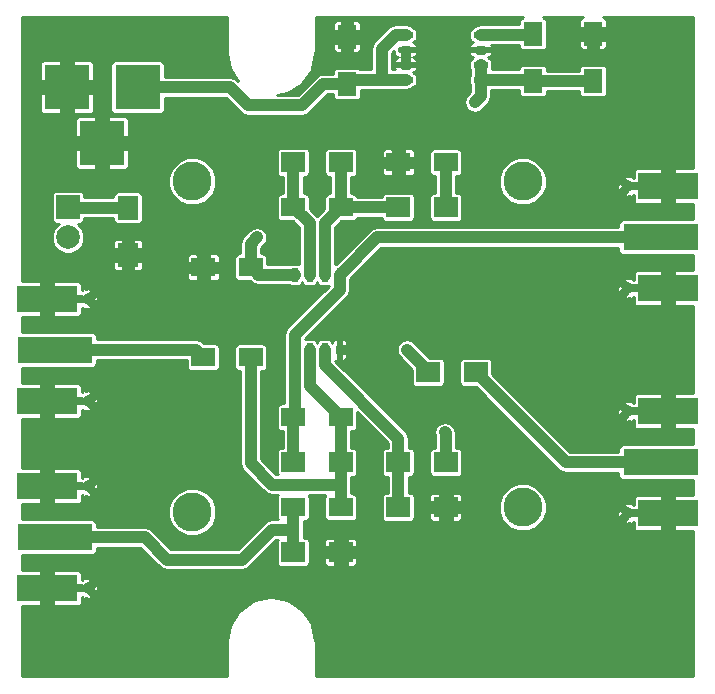
<source format=gbr>
G04 #@! TF.FileFunction,Copper,L1,Top,Signal*
%FSLAX46Y46*%
G04 Gerber Fmt 4.6, Leading zero omitted, Abs format (unit mm)*
G04 Created by KiCad (PCBNEW 4.0.1-stable) date Wednesday, May 18, 2016 'PMt' 12:19:56 PM*
%MOMM*%
G01*
G04 APERTURE LIST*
%ADD10C,0.100000*%
%ADD11R,2.000000X1.600000*%
%ADD12R,1.600000X2.000000*%
%ADD13R,3.810000X3.810000*%
%ADD14R,2.000000X2.000000*%
%ADD15C,2.000000*%
%ADD16R,2.000000X1.700000*%
%ADD17R,1.700000X2.000000*%
%ADD18R,0.508000X1.143000*%
%ADD19R,1.143000X0.508000*%
%ADD20C,3.302000*%
%ADD21R,6.350000X2.286000*%
%ADD22R,5.080000X2.286000*%
%ADD23C,0.965200*%
%ADD24R,1.016000X0.635000*%
%ADD25C,0.600000*%
%ADD26C,1.000000*%
%ADD27C,0.254000*%
G04 APERTURE END LIST*
D10*
D11*
X197580000Y-80010000D03*
X193580000Y-80010000D03*
X205200000Y-92710000D03*
X201200000Y-92710000D03*
X201200000Y-85090000D03*
X205200000Y-85090000D03*
X197580000Y-72390000D03*
X193580000Y-72390000D03*
X214090000Y-63500000D03*
X210090000Y-63500000D03*
X201200000Y-67310000D03*
X205200000Y-67310000D03*
D12*
X205740000Y-56864000D03*
X205740000Y-52864000D03*
X221488000Y-56610000D03*
X221488000Y-52610000D03*
X226568000Y-56610000D03*
X226568000Y-52610000D03*
D13*
X188005340Y-57150000D03*
X182005860Y-57150000D03*
X185005600Y-61849000D03*
D14*
X182118000Y-67310000D03*
D15*
X182118000Y-69850000D03*
D16*
X201200000Y-96520000D03*
X205200000Y-96520000D03*
X210090000Y-88900000D03*
X214090000Y-88900000D03*
X214090000Y-92710000D03*
X210090000Y-92710000D03*
X201200000Y-88900000D03*
X205200000Y-88900000D03*
X210090000Y-67310000D03*
X214090000Y-67310000D03*
X201200000Y-63500000D03*
X205200000Y-63500000D03*
X216630000Y-81280000D03*
X212630000Y-81280000D03*
D17*
X187198000Y-71342000D03*
X187198000Y-67342000D03*
D18*
X201295000Y-73025000D03*
X202565000Y-73025000D03*
X203835000Y-73025000D03*
X205105000Y-73025000D03*
X205105000Y-79375000D03*
X203835000Y-79375000D03*
X202565000Y-79375000D03*
X201295000Y-79375000D03*
D19*
X210693000Y-56515000D03*
X210693000Y-55245000D03*
X210693000Y-53975000D03*
X210693000Y-52705000D03*
X217043000Y-52705000D03*
X217043000Y-53975000D03*
X217043000Y-55245000D03*
X217043000Y-56515000D03*
D20*
X192633600Y-65112900D03*
X192633600Y-93103700D03*
X220624400Y-65112900D03*
X220624400Y-92710000D03*
D21*
X180975000Y-79375000D03*
D22*
X180340000Y-75057000D03*
X180340000Y-83693000D03*
D23*
X183769000Y-75057000D03*
X183769000Y-83693000D03*
D24*
X182880000Y-75057000D03*
X182880000Y-83693000D03*
D21*
X180975000Y-95250000D03*
D22*
X180340000Y-90932000D03*
X180340000Y-99568000D03*
D23*
X183769000Y-90932000D03*
X183769000Y-99568000D03*
D24*
X182880000Y-90932000D03*
X182880000Y-99568000D03*
D21*
X232283000Y-69850000D03*
D22*
X232918000Y-74168000D03*
X232918000Y-65532000D03*
D23*
X229489000Y-74168000D03*
X229489000Y-65532000D03*
D24*
X230378000Y-74168000D03*
X230378000Y-65532000D03*
D21*
X232283000Y-88900000D03*
D22*
X232918000Y-93218000D03*
X232918000Y-84582000D03*
D23*
X229489000Y-93218000D03*
X229489000Y-84582000D03*
D24*
X230378000Y-93218000D03*
X230378000Y-84582000D03*
D25*
X213995000Y-86360000D03*
X198120000Y-69850000D03*
X216535000Y-58420000D03*
X202565000Y-71120000D03*
X210820000Y-79375000D03*
D26*
X197580000Y-80010000D02*
X197580000Y-88995000D01*
X197580000Y-88995000D02*
X199390000Y-90805000D01*
X205200000Y-90805000D02*
X199390000Y-90805000D01*
X205200000Y-88900000D02*
X205200000Y-90805000D01*
X205200000Y-90805000D02*
X205200000Y-92710000D01*
X202565000Y-79375000D02*
X202565000Y-82455000D01*
X202565000Y-82455000D02*
X205200000Y-85090000D01*
X205200000Y-88900000D02*
X205200000Y-85090000D01*
X180975000Y-79375000D02*
X192945000Y-79375000D01*
X192945000Y-79375000D02*
X193580000Y-80010000D01*
X196850000Y-97155000D02*
X190500000Y-97155000D01*
X199390000Y-94615000D02*
X196850000Y-97155000D01*
X201200000Y-94615000D02*
X199390000Y-94615000D01*
X188595000Y-95250000D02*
X180975000Y-95250000D01*
X190500000Y-97155000D02*
X188595000Y-95250000D01*
X201200000Y-92710000D02*
X201200000Y-94615000D01*
X201200000Y-94615000D02*
X201200000Y-96520000D01*
X232283000Y-69850000D02*
X208280000Y-69850000D01*
X208280000Y-69850000D02*
X205105000Y-73025000D01*
X201295000Y-79375000D02*
X201295000Y-78105000D01*
X205105000Y-74295000D02*
X205105000Y-73025000D01*
X201295000Y-78105000D02*
X205105000Y-74295000D01*
X201295000Y-79375000D02*
X201295000Y-84995000D01*
X201295000Y-84995000D02*
X201200000Y-85090000D01*
X201200000Y-88900000D02*
X201200000Y-85090000D01*
X214090000Y-86455000D02*
X213995000Y-86360000D01*
X214090000Y-88900000D02*
X214090000Y-86455000D01*
X217043000Y-56515000D02*
X217043000Y-57912000D01*
X197580000Y-70390000D02*
X197580000Y-72390000D01*
X198120000Y-69850000D02*
X197580000Y-70390000D01*
X217043000Y-57912000D02*
X216535000Y-58420000D01*
X201295000Y-73025000D02*
X198215000Y-73025000D01*
X221488000Y-56610000D02*
X226568000Y-56610000D01*
X217043000Y-56515000D02*
X221393000Y-56515000D01*
X221393000Y-56515000D02*
X221488000Y-56610000D01*
X217043000Y-55245000D02*
X217043000Y-56515000D01*
X217043000Y-56515000D02*
X217138000Y-56610000D01*
X214090000Y-67310000D02*
X214090000Y-63500000D01*
X212630000Y-81185000D02*
X210820000Y-79375000D01*
X212630000Y-81185000D02*
X212630000Y-81280000D01*
X202565000Y-73025000D02*
X202565000Y-71120000D01*
X202565000Y-71120000D02*
X202565000Y-68675000D01*
X202565000Y-68675000D02*
X201200000Y-67310000D01*
X212630000Y-81280000D02*
X212344000Y-81280000D01*
X201200000Y-67310000D02*
X201200000Y-63500000D01*
X203835000Y-73025000D02*
X203835000Y-68675000D01*
X203835000Y-68675000D02*
X205200000Y-67310000D01*
X205200000Y-67310000D02*
X210090000Y-67310000D01*
X205200000Y-67310000D02*
X205200000Y-63500000D01*
X232283000Y-88900000D02*
X224250000Y-88900000D01*
X224250000Y-88900000D02*
X216630000Y-81280000D01*
X203835000Y-79375000D02*
X203835000Y-80645000D01*
X210090000Y-86900000D02*
X210090000Y-88900000D01*
X203835000Y-80645000D02*
X210090000Y-86900000D01*
X210090000Y-92710000D02*
X210090000Y-88900000D01*
X188005340Y-57150000D02*
X195834000Y-57150000D01*
X203740000Y-56864000D02*
X205740000Y-56864000D01*
X201930000Y-58674000D02*
X203740000Y-56864000D01*
X197358000Y-58674000D02*
X201930000Y-58674000D01*
X195834000Y-57150000D02*
X197358000Y-58674000D01*
X210693000Y-52705000D02*
X209854800Y-52705000D01*
X208686400Y-53873400D02*
X208686400Y-56515000D01*
X209854800Y-52705000D02*
X208686400Y-53873400D01*
X210693000Y-56515000D02*
X208686400Y-56515000D01*
X208686400Y-56515000D02*
X206089000Y-56515000D01*
X206089000Y-56515000D02*
X205740000Y-56864000D01*
X217043000Y-52705000D02*
X221393000Y-52705000D01*
X221393000Y-52705000D02*
X221488000Y-52610000D01*
X187198000Y-67342000D02*
X182150000Y-67342000D01*
X182150000Y-67342000D02*
X182118000Y-67310000D01*
D27*
G36*
X228719536Y-70993000D02*
X228746103Y-71134190D01*
X228829546Y-71263865D01*
X228956866Y-71350859D01*
X229108000Y-71381464D01*
X235027000Y-71381464D01*
X235027000Y-72644000D01*
X233521250Y-72644000D01*
X233426000Y-72739250D01*
X233426000Y-73660000D01*
X233446000Y-73660000D01*
X233446000Y-74676000D01*
X233426000Y-74676000D01*
X233426000Y-75596750D01*
X233521250Y-75692000D01*
X235027000Y-75692000D01*
X235027000Y-83058000D01*
X233521250Y-83058000D01*
X233426000Y-83153250D01*
X233426000Y-84074000D01*
X233446000Y-84074000D01*
X233446000Y-85090000D01*
X233426000Y-85090000D01*
X233426000Y-86010750D01*
X233521250Y-86106000D01*
X235027000Y-86106000D01*
X235027000Y-87368536D01*
X229108000Y-87368536D01*
X228966810Y-87395103D01*
X228837135Y-87478546D01*
X228750141Y-87605866D01*
X228719536Y-87757000D01*
X228719536Y-88019000D01*
X224614922Y-88019000D01*
X221214870Y-84618948D01*
X228609257Y-84618948D01*
X228662084Y-84884527D01*
X228789971Y-84939779D01*
X229147750Y-84582000D01*
X228789971Y-84224221D01*
X228662084Y-84279473D01*
X228609257Y-84618948D01*
X221214870Y-84618948D01*
X220478893Y-83882971D01*
X229131221Y-83882971D01*
X229489000Y-84240750D01*
X229489000Y-84328000D01*
X229584250Y-84423250D01*
X229989000Y-84423250D01*
X229830250Y-84582000D01*
X229989000Y-84740750D01*
X229584250Y-84740750D01*
X229489000Y-84836000D01*
X229489000Y-84923250D01*
X229131221Y-85281029D01*
X229186473Y-85408916D01*
X229525948Y-85461743D01*
X229629685Y-85441108D01*
X229750650Y-85562073D01*
X229997000Y-85315723D01*
X229997000Y-85800785D01*
X230055004Y-85940819D01*
X230162180Y-86047996D01*
X230302214Y-86106000D01*
X232314750Y-86106000D01*
X232410000Y-86010750D01*
X232410000Y-85090000D01*
X232390000Y-85090000D01*
X232390000Y-84074000D01*
X232410000Y-84074000D01*
X232410000Y-83153250D01*
X232314750Y-83058000D01*
X230302214Y-83058000D01*
X230162180Y-83116004D01*
X230055004Y-83223181D01*
X229997000Y-83363215D01*
X229997000Y-83848277D01*
X229750650Y-83601927D01*
X229623621Y-83728956D01*
X229452052Y-83702257D01*
X229186473Y-83755084D01*
X229131221Y-83882971D01*
X220478893Y-83882971D01*
X218018464Y-81422542D01*
X218018464Y-80430000D01*
X217991897Y-80288810D01*
X217908454Y-80159135D01*
X217781134Y-80072141D01*
X217630000Y-80041536D01*
X215630000Y-80041536D01*
X215488810Y-80068103D01*
X215359135Y-80151546D01*
X215272141Y-80278866D01*
X215241536Y-80430000D01*
X215241536Y-82130000D01*
X215268103Y-82271190D01*
X215351546Y-82400865D01*
X215478866Y-82487859D01*
X215630000Y-82518464D01*
X216622542Y-82518464D01*
X223627039Y-89522961D01*
X223912855Y-89713938D01*
X224250000Y-89781000D01*
X228719536Y-89781000D01*
X228719536Y-90043000D01*
X228746103Y-90184190D01*
X228829546Y-90313865D01*
X228956866Y-90400859D01*
X229108000Y-90431464D01*
X235027000Y-90431464D01*
X235027000Y-91694000D01*
X233521250Y-91694000D01*
X233426000Y-91789250D01*
X233426000Y-92710000D01*
X233446000Y-92710000D01*
X233446000Y-93726000D01*
X233426000Y-93726000D01*
X233426000Y-94646750D01*
X233521250Y-94742000D01*
X235027000Y-94742000D01*
X235027000Y-106985600D01*
X203072200Y-106985600D01*
X203072200Y-104089200D01*
X203063918Y-104047564D01*
X203063918Y-104005116D01*
X202810636Y-102731780D01*
X202810636Y-102731775D01*
X202746280Y-102576408D01*
X202024990Y-101496922D01*
X201906076Y-101378008D01*
X200826592Y-100656720D01*
X200671225Y-100592364D01*
X199397884Y-100339082D01*
X199229716Y-100339082D01*
X197956380Y-100592364D01*
X197801008Y-100656720D01*
X196721524Y-101378008D01*
X196602610Y-101496922D01*
X195881320Y-102576408D01*
X195816964Y-102731775D01*
X195563682Y-104005116D01*
X195563682Y-104047564D01*
X195555400Y-104089200D01*
X195555400Y-106985600D01*
X178231000Y-106985600D01*
X178231000Y-101092000D01*
X179736750Y-101092000D01*
X179832000Y-100996750D01*
X179832000Y-100076000D01*
X179812000Y-100076000D01*
X179812000Y-99060000D01*
X179832000Y-99060000D01*
X179832000Y-98139250D01*
X180848000Y-98139250D01*
X180848000Y-99060000D01*
X180868000Y-99060000D01*
X180868000Y-100076000D01*
X180848000Y-100076000D01*
X180848000Y-100996750D01*
X180943250Y-101092000D01*
X182955786Y-101092000D01*
X183095820Y-101033996D01*
X183202996Y-100926819D01*
X183261000Y-100786785D01*
X183261000Y-100301723D01*
X183507350Y-100548073D01*
X183634379Y-100421044D01*
X183805948Y-100447743D01*
X184071527Y-100394916D01*
X184126779Y-100267029D01*
X183769000Y-99909250D01*
X183769000Y-99822000D01*
X183673750Y-99726750D01*
X183269000Y-99726750D01*
X183427750Y-99568000D01*
X184110250Y-99568000D01*
X184468029Y-99925779D01*
X184595916Y-99870527D01*
X184648743Y-99531052D01*
X184595916Y-99265473D01*
X184468029Y-99210221D01*
X184110250Y-99568000D01*
X183427750Y-99568000D01*
X183269000Y-99409250D01*
X183673750Y-99409250D01*
X183769000Y-99314000D01*
X183769000Y-99226750D01*
X184126779Y-98868971D01*
X184071527Y-98741084D01*
X183732052Y-98688257D01*
X183628315Y-98708892D01*
X183507350Y-98587927D01*
X183261000Y-98834277D01*
X183261000Y-98349215D01*
X183202996Y-98209181D01*
X183095820Y-98102004D01*
X182955786Y-98044000D01*
X180943250Y-98044000D01*
X180848000Y-98139250D01*
X179832000Y-98139250D01*
X179736750Y-98044000D01*
X178231000Y-98044000D01*
X178231000Y-96781464D01*
X184150000Y-96781464D01*
X184291190Y-96754897D01*
X184420865Y-96671454D01*
X184507859Y-96544134D01*
X184538464Y-96393000D01*
X184538464Y-96131000D01*
X188230078Y-96131000D01*
X189877039Y-97777961D01*
X190162856Y-97968938D01*
X190500000Y-98036000D01*
X196850000Y-98036000D01*
X197187144Y-97968938D01*
X197472961Y-97777961D01*
X199754922Y-95496000D01*
X199857765Y-95496000D01*
X199842141Y-95518866D01*
X199811536Y-95670000D01*
X199811536Y-97370000D01*
X199838103Y-97511190D01*
X199921546Y-97640865D01*
X200048866Y-97727859D01*
X200200000Y-97758464D01*
X202200000Y-97758464D01*
X202341190Y-97731897D01*
X202470865Y-97648454D01*
X202557859Y-97521134D01*
X202588464Y-97370000D01*
X202588464Y-97040250D01*
X203819000Y-97040250D01*
X203819000Y-97445785D01*
X203877004Y-97585819D01*
X203984180Y-97692996D01*
X204124214Y-97751000D01*
X204604750Y-97751000D01*
X204700000Y-97655750D01*
X204700000Y-96945000D01*
X205700000Y-96945000D01*
X205700000Y-97655750D01*
X205795250Y-97751000D01*
X206275786Y-97751000D01*
X206415820Y-97692996D01*
X206522996Y-97585819D01*
X206581000Y-97445785D01*
X206581000Y-97040250D01*
X206485750Y-96945000D01*
X205700000Y-96945000D01*
X204700000Y-96945000D01*
X203914250Y-96945000D01*
X203819000Y-97040250D01*
X202588464Y-97040250D01*
X202588464Y-95670000D01*
X202574204Y-95594215D01*
X203819000Y-95594215D01*
X203819000Y-95999750D01*
X203914250Y-96095000D01*
X204700000Y-96095000D01*
X204700000Y-95384250D01*
X205700000Y-95384250D01*
X205700000Y-96095000D01*
X206485750Y-96095000D01*
X206581000Y-95999750D01*
X206581000Y-95594215D01*
X206522996Y-95454181D01*
X206415820Y-95347004D01*
X206275786Y-95289000D01*
X205795250Y-95289000D01*
X205700000Y-95384250D01*
X204700000Y-95384250D01*
X204604750Y-95289000D01*
X204124214Y-95289000D01*
X203984180Y-95347004D01*
X203877004Y-95454181D01*
X203819000Y-95594215D01*
X202574204Y-95594215D01*
X202561897Y-95528810D01*
X202478454Y-95399135D01*
X202351134Y-95312141D01*
X202200000Y-95281536D01*
X202081000Y-95281536D01*
X202081000Y-93898464D01*
X202200000Y-93898464D01*
X202341190Y-93871897D01*
X202470865Y-93788454D01*
X202557859Y-93661134D01*
X202588464Y-93510000D01*
X202588464Y-91910000D01*
X202561897Y-91768810D01*
X202508611Y-91686000D01*
X203891928Y-91686000D01*
X203842141Y-91758866D01*
X203811536Y-91910000D01*
X203811536Y-93510000D01*
X203838103Y-93651190D01*
X203921546Y-93780865D01*
X204048866Y-93867859D01*
X204200000Y-93898464D01*
X206200000Y-93898464D01*
X206341190Y-93871897D01*
X206470865Y-93788454D01*
X206557859Y-93661134D01*
X206588464Y-93510000D01*
X206588464Y-91910000D01*
X206561897Y-91768810D01*
X206478454Y-91639135D01*
X206351134Y-91552141D01*
X206200000Y-91521536D01*
X206081000Y-91521536D01*
X206081000Y-90138464D01*
X206200000Y-90138464D01*
X206341190Y-90111897D01*
X206470865Y-90028454D01*
X206557859Y-89901134D01*
X206588464Y-89750000D01*
X206588464Y-88050000D01*
X206561897Y-87908810D01*
X206478454Y-87779135D01*
X206351134Y-87692141D01*
X206200000Y-87661536D01*
X206081000Y-87661536D01*
X206081000Y-86278464D01*
X206200000Y-86278464D01*
X206341190Y-86251897D01*
X206470865Y-86168454D01*
X206557859Y-86041134D01*
X206588464Y-85890000D01*
X206588464Y-84644386D01*
X209209000Y-87264922D01*
X209209000Y-87661536D01*
X209090000Y-87661536D01*
X208948810Y-87688103D01*
X208819135Y-87771546D01*
X208732141Y-87898866D01*
X208701536Y-88050000D01*
X208701536Y-89750000D01*
X208728103Y-89891190D01*
X208811546Y-90020865D01*
X208938866Y-90107859D01*
X209090000Y-90138464D01*
X209209000Y-90138464D01*
X209209000Y-91471536D01*
X209090000Y-91471536D01*
X208948810Y-91498103D01*
X208819135Y-91581546D01*
X208732141Y-91708866D01*
X208701536Y-91860000D01*
X208701536Y-93560000D01*
X208728103Y-93701190D01*
X208811546Y-93830865D01*
X208938866Y-93917859D01*
X209090000Y-93948464D01*
X211090000Y-93948464D01*
X211231190Y-93921897D01*
X211360865Y-93838454D01*
X211447859Y-93711134D01*
X211478464Y-93560000D01*
X211478464Y-93230250D01*
X212709000Y-93230250D01*
X212709000Y-93635785D01*
X212767004Y-93775819D01*
X212874180Y-93882996D01*
X213014214Y-93941000D01*
X213494750Y-93941000D01*
X213590000Y-93845750D01*
X213590000Y-93135000D01*
X214590000Y-93135000D01*
X214590000Y-93845750D01*
X214685250Y-93941000D01*
X215165786Y-93941000D01*
X215305820Y-93882996D01*
X215412996Y-93775819D01*
X215471000Y-93635785D01*
X215471000Y-93230250D01*
X215375750Y-93135000D01*
X214590000Y-93135000D01*
X213590000Y-93135000D01*
X212804250Y-93135000D01*
X212709000Y-93230250D01*
X211478464Y-93230250D01*
X211478464Y-93112416D01*
X218592048Y-93112416D01*
X218900750Y-93859532D01*
X219471862Y-94431641D01*
X220218437Y-94741646D01*
X221026816Y-94742352D01*
X221773932Y-94433650D01*
X222346041Y-93862538D01*
X222598334Y-93254948D01*
X228609257Y-93254948D01*
X228662084Y-93520527D01*
X228789971Y-93575779D01*
X229147750Y-93218000D01*
X228789971Y-92860221D01*
X228662084Y-92915473D01*
X228609257Y-93254948D01*
X222598334Y-93254948D01*
X222656046Y-93115963D01*
X222656567Y-92518971D01*
X229131221Y-92518971D01*
X229489000Y-92876750D01*
X229489000Y-92964000D01*
X229584250Y-93059250D01*
X229989000Y-93059250D01*
X229830250Y-93218000D01*
X229989000Y-93376750D01*
X229584250Y-93376750D01*
X229489000Y-93472000D01*
X229489000Y-93559250D01*
X229131221Y-93917029D01*
X229186473Y-94044916D01*
X229525948Y-94097743D01*
X229629685Y-94077108D01*
X229750650Y-94198073D01*
X229997000Y-93951723D01*
X229997000Y-94436785D01*
X230055004Y-94576819D01*
X230162180Y-94683996D01*
X230302214Y-94742000D01*
X232314750Y-94742000D01*
X232410000Y-94646750D01*
X232410000Y-93726000D01*
X232390000Y-93726000D01*
X232390000Y-92710000D01*
X232410000Y-92710000D01*
X232410000Y-91789250D01*
X232314750Y-91694000D01*
X230302214Y-91694000D01*
X230162180Y-91752004D01*
X230055004Y-91859181D01*
X229997000Y-91999215D01*
X229997000Y-92484277D01*
X229750650Y-92237927D01*
X229623621Y-92364956D01*
X229452052Y-92338257D01*
X229186473Y-92391084D01*
X229131221Y-92518971D01*
X222656567Y-92518971D01*
X222656752Y-92307584D01*
X222348050Y-91560468D01*
X221776938Y-90988359D01*
X221030363Y-90678354D01*
X220221984Y-90677648D01*
X219474868Y-90986350D01*
X218902759Y-91557462D01*
X218592754Y-92304037D01*
X218592048Y-93112416D01*
X211478464Y-93112416D01*
X211478464Y-91860000D01*
X211464204Y-91784215D01*
X212709000Y-91784215D01*
X212709000Y-92189750D01*
X212804250Y-92285000D01*
X213590000Y-92285000D01*
X213590000Y-91574250D01*
X214590000Y-91574250D01*
X214590000Y-92285000D01*
X215375750Y-92285000D01*
X215471000Y-92189750D01*
X215471000Y-91784215D01*
X215412996Y-91644181D01*
X215305820Y-91537004D01*
X215165786Y-91479000D01*
X214685250Y-91479000D01*
X214590000Y-91574250D01*
X213590000Y-91574250D01*
X213494750Y-91479000D01*
X213014214Y-91479000D01*
X212874180Y-91537004D01*
X212767004Y-91644181D01*
X212709000Y-91784215D01*
X211464204Y-91784215D01*
X211451897Y-91718810D01*
X211368454Y-91589135D01*
X211241134Y-91502141D01*
X211090000Y-91471536D01*
X210971000Y-91471536D01*
X210971000Y-90138464D01*
X211090000Y-90138464D01*
X211231190Y-90111897D01*
X211360865Y-90028454D01*
X211447859Y-89901134D01*
X211478464Y-89750000D01*
X211478464Y-88050000D01*
X212701536Y-88050000D01*
X212701536Y-89750000D01*
X212728103Y-89891190D01*
X212811546Y-90020865D01*
X212938866Y-90107859D01*
X213090000Y-90138464D01*
X215090000Y-90138464D01*
X215231190Y-90111897D01*
X215360865Y-90028454D01*
X215447859Y-89901134D01*
X215478464Y-89750000D01*
X215478464Y-88050000D01*
X215451897Y-87908810D01*
X215368454Y-87779135D01*
X215241134Y-87692141D01*
X215090000Y-87661536D01*
X214971000Y-87661536D01*
X214971000Y-86455000D01*
X214903938Y-86117856D01*
X214712961Y-85832039D01*
X214617961Y-85737039D01*
X214332144Y-85546062D01*
X213995000Y-85479000D01*
X213657856Y-85546062D01*
X213372039Y-85737039D01*
X213181062Y-86022856D01*
X213114000Y-86360000D01*
X213181062Y-86697144D01*
X213209000Y-86738956D01*
X213209000Y-87661536D01*
X213090000Y-87661536D01*
X212948810Y-87688103D01*
X212819135Y-87771546D01*
X212732141Y-87898866D01*
X212701536Y-88050000D01*
X211478464Y-88050000D01*
X211451897Y-87908810D01*
X211368454Y-87779135D01*
X211241134Y-87692141D01*
X211090000Y-87661536D01*
X210971000Y-87661536D01*
X210971000Y-86900000D01*
X210903938Y-86562856D01*
X210712961Y-86277039D01*
X204755084Y-80319162D01*
X204775214Y-80327500D01*
X204882750Y-80327500D01*
X204978000Y-80232250D01*
X204978000Y-79660750D01*
X205232000Y-79660750D01*
X205232000Y-80232250D01*
X205327250Y-80327500D01*
X205434786Y-80327500D01*
X205574820Y-80269496D01*
X205681996Y-80162319D01*
X205740000Y-80022285D01*
X205740000Y-79756000D01*
X205644750Y-79660750D01*
X205232000Y-79660750D01*
X204978000Y-79660750D01*
X204851000Y-79660750D01*
X204851000Y-79375000D01*
X209939000Y-79375000D01*
X210006062Y-79712144D01*
X210197039Y-79997961D01*
X211241536Y-81042458D01*
X211241536Y-82130000D01*
X211268103Y-82271190D01*
X211351546Y-82400865D01*
X211478866Y-82487859D01*
X211630000Y-82518464D01*
X213630000Y-82518464D01*
X213771190Y-82491897D01*
X213900865Y-82408454D01*
X213987859Y-82281134D01*
X214018464Y-82130000D01*
X214018464Y-80430000D01*
X213991897Y-80288810D01*
X213908454Y-80159135D01*
X213781134Y-80072141D01*
X213630000Y-80041536D01*
X212732458Y-80041536D01*
X211442961Y-78752039D01*
X211157144Y-78561062D01*
X210820000Y-78494000D01*
X210482856Y-78561062D01*
X210197039Y-78752039D01*
X210006062Y-79037856D01*
X209939000Y-79375000D01*
X204851000Y-79375000D01*
X204851000Y-79089250D01*
X204978000Y-79089250D01*
X204978000Y-78517750D01*
X205232000Y-78517750D01*
X205232000Y-79089250D01*
X205644750Y-79089250D01*
X205740000Y-78994000D01*
X205740000Y-78727715D01*
X205681996Y-78587681D01*
X205574820Y-78480504D01*
X205434786Y-78422500D01*
X205327250Y-78422500D01*
X205232000Y-78517750D01*
X204978000Y-78517750D01*
X204882750Y-78422500D01*
X204775214Y-78422500D01*
X204635180Y-78480504D01*
X204528004Y-78587681D01*
X204470000Y-78727715D01*
X204470000Y-78763833D01*
X204450897Y-78662310D01*
X204367454Y-78532635D01*
X204240134Y-78445641D01*
X204089000Y-78415036D01*
X203581000Y-78415036D01*
X203439810Y-78441603D01*
X203310135Y-78525046D01*
X203223141Y-78652366D01*
X203200274Y-78765288D01*
X203180897Y-78662310D01*
X203097454Y-78532635D01*
X202970134Y-78445641D01*
X202819000Y-78415036D01*
X202311000Y-78415036D01*
X202212317Y-78433605D01*
X205727961Y-74917961D01*
X205918938Y-74632144D01*
X205986000Y-74295000D01*
X205986000Y-74204948D01*
X228609257Y-74204948D01*
X228662084Y-74470527D01*
X228789971Y-74525779D01*
X229147750Y-74168000D01*
X228789971Y-73810221D01*
X228662084Y-73865473D01*
X228609257Y-74204948D01*
X205986000Y-74204948D01*
X205986000Y-73468971D01*
X229131221Y-73468971D01*
X229489000Y-73826750D01*
X229489000Y-73914000D01*
X229584250Y-74009250D01*
X229989000Y-74009250D01*
X229830250Y-74168000D01*
X229989000Y-74326750D01*
X229584250Y-74326750D01*
X229489000Y-74422000D01*
X229489000Y-74509250D01*
X229131221Y-74867029D01*
X229186473Y-74994916D01*
X229525948Y-75047743D01*
X229629685Y-75027108D01*
X229750650Y-75148073D01*
X229997000Y-74901723D01*
X229997000Y-75386785D01*
X230055004Y-75526819D01*
X230162180Y-75633996D01*
X230302214Y-75692000D01*
X232314750Y-75692000D01*
X232410000Y-75596750D01*
X232410000Y-74676000D01*
X232390000Y-74676000D01*
X232390000Y-73660000D01*
X232410000Y-73660000D01*
X232410000Y-72739250D01*
X232314750Y-72644000D01*
X230302214Y-72644000D01*
X230162180Y-72702004D01*
X230055004Y-72809181D01*
X229997000Y-72949215D01*
X229997000Y-73434277D01*
X229750650Y-73187927D01*
X229623621Y-73314956D01*
X229452052Y-73288257D01*
X229186473Y-73341084D01*
X229131221Y-73468971D01*
X205986000Y-73468971D01*
X205986000Y-73389922D01*
X208644922Y-70731000D01*
X228719536Y-70731000D01*
X228719536Y-70993000D01*
X228719536Y-70993000D01*
G37*
X228719536Y-70993000D02*
X228746103Y-71134190D01*
X228829546Y-71263865D01*
X228956866Y-71350859D01*
X229108000Y-71381464D01*
X235027000Y-71381464D01*
X235027000Y-72644000D01*
X233521250Y-72644000D01*
X233426000Y-72739250D01*
X233426000Y-73660000D01*
X233446000Y-73660000D01*
X233446000Y-74676000D01*
X233426000Y-74676000D01*
X233426000Y-75596750D01*
X233521250Y-75692000D01*
X235027000Y-75692000D01*
X235027000Y-83058000D01*
X233521250Y-83058000D01*
X233426000Y-83153250D01*
X233426000Y-84074000D01*
X233446000Y-84074000D01*
X233446000Y-85090000D01*
X233426000Y-85090000D01*
X233426000Y-86010750D01*
X233521250Y-86106000D01*
X235027000Y-86106000D01*
X235027000Y-87368536D01*
X229108000Y-87368536D01*
X228966810Y-87395103D01*
X228837135Y-87478546D01*
X228750141Y-87605866D01*
X228719536Y-87757000D01*
X228719536Y-88019000D01*
X224614922Y-88019000D01*
X221214870Y-84618948D01*
X228609257Y-84618948D01*
X228662084Y-84884527D01*
X228789971Y-84939779D01*
X229147750Y-84582000D01*
X228789971Y-84224221D01*
X228662084Y-84279473D01*
X228609257Y-84618948D01*
X221214870Y-84618948D01*
X220478893Y-83882971D01*
X229131221Y-83882971D01*
X229489000Y-84240750D01*
X229489000Y-84328000D01*
X229584250Y-84423250D01*
X229989000Y-84423250D01*
X229830250Y-84582000D01*
X229989000Y-84740750D01*
X229584250Y-84740750D01*
X229489000Y-84836000D01*
X229489000Y-84923250D01*
X229131221Y-85281029D01*
X229186473Y-85408916D01*
X229525948Y-85461743D01*
X229629685Y-85441108D01*
X229750650Y-85562073D01*
X229997000Y-85315723D01*
X229997000Y-85800785D01*
X230055004Y-85940819D01*
X230162180Y-86047996D01*
X230302214Y-86106000D01*
X232314750Y-86106000D01*
X232410000Y-86010750D01*
X232410000Y-85090000D01*
X232390000Y-85090000D01*
X232390000Y-84074000D01*
X232410000Y-84074000D01*
X232410000Y-83153250D01*
X232314750Y-83058000D01*
X230302214Y-83058000D01*
X230162180Y-83116004D01*
X230055004Y-83223181D01*
X229997000Y-83363215D01*
X229997000Y-83848277D01*
X229750650Y-83601927D01*
X229623621Y-83728956D01*
X229452052Y-83702257D01*
X229186473Y-83755084D01*
X229131221Y-83882971D01*
X220478893Y-83882971D01*
X218018464Y-81422542D01*
X218018464Y-80430000D01*
X217991897Y-80288810D01*
X217908454Y-80159135D01*
X217781134Y-80072141D01*
X217630000Y-80041536D01*
X215630000Y-80041536D01*
X215488810Y-80068103D01*
X215359135Y-80151546D01*
X215272141Y-80278866D01*
X215241536Y-80430000D01*
X215241536Y-82130000D01*
X215268103Y-82271190D01*
X215351546Y-82400865D01*
X215478866Y-82487859D01*
X215630000Y-82518464D01*
X216622542Y-82518464D01*
X223627039Y-89522961D01*
X223912855Y-89713938D01*
X224250000Y-89781000D01*
X228719536Y-89781000D01*
X228719536Y-90043000D01*
X228746103Y-90184190D01*
X228829546Y-90313865D01*
X228956866Y-90400859D01*
X229108000Y-90431464D01*
X235027000Y-90431464D01*
X235027000Y-91694000D01*
X233521250Y-91694000D01*
X233426000Y-91789250D01*
X233426000Y-92710000D01*
X233446000Y-92710000D01*
X233446000Y-93726000D01*
X233426000Y-93726000D01*
X233426000Y-94646750D01*
X233521250Y-94742000D01*
X235027000Y-94742000D01*
X235027000Y-106985600D01*
X203072200Y-106985600D01*
X203072200Y-104089200D01*
X203063918Y-104047564D01*
X203063918Y-104005116D01*
X202810636Y-102731780D01*
X202810636Y-102731775D01*
X202746280Y-102576408D01*
X202024990Y-101496922D01*
X201906076Y-101378008D01*
X200826592Y-100656720D01*
X200671225Y-100592364D01*
X199397884Y-100339082D01*
X199229716Y-100339082D01*
X197956380Y-100592364D01*
X197801008Y-100656720D01*
X196721524Y-101378008D01*
X196602610Y-101496922D01*
X195881320Y-102576408D01*
X195816964Y-102731775D01*
X195563682Y-104005116D01*
X195563682Y-104047564D01*
X195555400Y-104089200D01*
X195555400Y-106985600D01*
X178231000Y-106985600D01*
X178231000Y-101092000D01*
X179736750Y-101092000D01*
X179832000Y-100996750D01*
X179832000Y-100076000D01*
X179812000Y-100076000D01*
X179812000Y-99060000D01*
X179832000Y-99060000D01*
X179832000Y-98139250D01*
X180848000Y-98139250D01*
X180848000Y-99060000D01*
X180868000Y-99060000D01*
X180868000Y-100076000D01*
X180848000Y-100076000D01*
X180848000Y-100996750D01*
X180943250Y-101092000D01*
X182955786Y-101092000D01*
X183095820Y-101033996D01*
X183202996Y-100926819D01*
X183261000Y-100786785D01*
X183261000Y-100301723D01*
X183507350Y-100548073D01*
X183634379Y-100421044D01*
X183805948Y-100447743D01*
X184071527Y-100394916D01*
X184126779Y-100267029D01*
X183769000Y-99909250D01*
X183769000Y-99822000D01*
X183673750Y-99726750D01*
X183269000Y-99726750D01*
X183427750Y-99568000D01*
X184110250Y-99568000D01*
X184468029Y-99925779D01*
X184595916Y-99870527D01*
X184648743Y-99531052D01*
X184595916Y-99265473D01*
X184468029Y-99210221D01*
X184110250Y-99568000D01*
X183427750Y-99568000D01*
X183269000Y-99409250D01*
X183673750Y-99409250D01*
X183769000Y-99314000D01*
X183769000Y-99226750D01*
X184126779Y-98868971D01*
X184071527Y-98741084D01*
X183732052Y-98688257D01*
X183628315Y-98708892D01*
X183507350Y-98587927D01*
X183261000Y-98834277D01*
X183261000Y-98349215D01*
X183202996Y-98209181D01*
X183095820Y-98102004D01*
X182955786Y-98044000D01*
X180943250Y-98044000D01*
X180848000Y-98139250D01*
X179832000Y-98139250D01*
X179736750Y-98044000D01*
X178231000Y-98044000D01*
X178231000Y-96781464D01*
X184150000Y-96781464D01*
X184291190Y-96754897D01*
X184420865Y-96671454D01*
X184507859Y-96544134D01*
X184538464Y-96393000D01*
X184538464Y-96131000D01*
X188230078Y-96131000D01*
X189877039Y-97777961D01*
X190162856Y-97968938D01*
X190500000Y-98036000D01*
X196850000Y-98036000D01*
X197187144Y-97968938D01*
X197472961Y-97777961D01*
X199754922Y-95496000D01*
X199857765Y-95496000D01*
X199842141Y-95518866D01*
X199811536Y-95670000D01*
X199811536Y-97370000D01*
X199838103Y-97511190D01*
X199921546Y-97640865D01*
X200048866Y-97727859D01*
X200200000Y-97758464D01*
X202200000Y-97758464D01*
X202341190Y-97731897D01*
X202470865Y-97648454D01*
X202557859Y-97521134D01*
X202588464Y-97370000D01*
X202588464Y-97040250D01*
X203819000Y-97040250D01*
X203819000Y-97445785D01*
X203877004Y-97585819D01*
X203984180Y-97692996D01*
X204124214Y-97751000D01*
X204604750Y-97751000D01*
X204700000Y-97655750D01*
X204700000Y-96945000D01*
X205700000Y-96945000D01*
X205700000Y-97655750D01*
X205795250Y-97751000D01*
X206275786Y-97751000D01*
X206415820Y-97692996D01*
X206522996Y-97585819D01*
X206581000Y-97445785D01*
X206581000Y-97040250D01*
X206485750Y-96945000D01*
X205700000Y-96945000D01*
X204700000Y-96945000D01*
X203914250Y-96945000D01*
X203819000Y-97040250D01*
X202588464Y-97040250D01*
X202588464Y-95670000D01*
X202574204Y-95594215D01*
X203819000Y-95594215D01*
X203819000Y-95999750D01*
X203914250Y-96095000D01*
X204700000Y-96095000D01*
X204700000Y-95384250D01*
X205700000Y-95384250D01*
X205700000Y-96095000D01*
X206485750Y-96095000D01*
X206581000Y-95999750D01*
X206581000Y-95594215D01*
X206522996Y-95454181D01*
X206415820Y-95347004D01*
X206275786Y-95289000D01*
X205795250Y-95289000D01*
X205700000Y-95384250D01*
X204700000Y-95384250D01*
X204604750Y-95289000D01*
X204124214Y-95289000D01*
X203984180Y-95347004D01*
X203877004Y-95454181D01*
X203819000Y-95594215D01*
X202574204Y-95594215D01*
X202561897Y-95528810D01*
X202478454Y-95399135D01*
X202351134Y-95312141D01*
X202200000Y-95281536D01*
X202081000Y-95281536D01*
X202081000Y-93898464D01*
X202200000Y-93898464D01*
X202341190Y-93871897D01*
X202470865Y-93788454D01*
X202557859Y-93661134D01*
X202588464Y-93510000D01*
X202588464Y-91910000D01*
X202561897Y-91768810D01*
X202508611Y-91686000D01*
X203891928Y-91686000D01*
X203842141Y-91758866D01*
X203811536Y-91910000D01*
X203811536Y-93510000D01*
X203838103Y-93651190D01*
X203921546Y-93780865D01*
X204048866Y-93867859D01*
X204200000Y-93898464D01*
X206200000Y-93898464D01*
X206341190Y-93871897D01*
X206470865Y-93788454D01*
X206557859Y-93661134D01*
X206588464Y-93510000D01*
X206588464Y-91910000D01*
X206561897Y-91768810D01*
X206478454Y-91639135D01*
X206351134Y-91552141D01*
X206200000Y-91521536D01*
X206081000Y-91521536D01*
X206081000Y-90138464D01*
X206200000Y-90138464D01*
X206341190Y-90111897D01*
X206470865Y-90028454D01*
X206557859Y-89901134D01*
X206588464Y-89750000D01*
X206588464Y-88050000D01*
X206561897Y-87908810D01*
X206478454Y-87779135D01*
X206351134Y-87692141D01*
X206200000Y-87661536D01*
X206081000Y-87661536D01*
X206081000Y-86278464D01*
X206200000Y-86278464D01*
X206341190Y-86251897D01*
X206470865Y-86168454D01*
X206557859Y-86041134D01*
X206588464Y-85890000D01*
X206588464Y-84644386D01*
X209209000Y-87264922D01*
X209209000Y-87661536D01*
X209090000Y-87661536D01*
X208948810Y-87688103D01*
X208819135Y-87771546D01*
X208732141Y-87898866D01*
X208701536Y-88050000D01*
X208701536Y-89750000D01*
X208728103Y-89891190D01*
X208811546Y-90020865D01*
X208938866Y-90107859D01*
X209090000Y-90138464D01*
X209209000Y-90138464D01*
X209209000Y-91471536D01*
X209090000Y-91471536D01*
X208948810Y-91498103D01*
X208819135Y-91581546D01*
X208732141Y-91708866D01*
X208701536Y-91860000D01*
X208701536Y-93560000D01*
X208728103Y-93701190D01*
X208811546Y-93830865D01*
X208938866Y-93917859D01*
X209090000Y-93948464D01*
X211090000Y-93948464D01*
X211231190Y-93921897D01*
X211360865Y-93838454D01*
X211447859Y-93711134D01*
X211478464Y-93560000D01*
X211478464Y-93230250D01*
X212709000Y-93230250D01*
X212709000Y-93635785D01*
X212767004Y-93775819D01*
X212874180Y-93882996D01*
X213014214Y-93941000D01*
X213494750Y-93941000D01*
X213590000Y-93845750D01*
X213590000Y-93135000D01*
X214590000Y-93135000D01*
X214590000Y-93845750D01*
X214685250Y-93941000D01*
X215165786Y-93941000D01*
X215305820Y-93882996D01*
X215412996Y-93775819D01*
X215471000Y-93635785D01*
X215471000Y-93230250D01*
X215375750Y-93135000D01*
X214590000Y-93135000D01*
X213590000Y-93135000D01*
X212804250Y-93135000D01*
X212709000Y-93230250D01*
X211478464Y-93230250D01*
X211478464Y-93112416D01*
X218592048Y-93112416D01*
X218900750Y-93859532D01*
X219471862Y-94431641D01*
X220218437Y-94741646D01*
X221026816Y-94742352D01*
X221773932Y-94433650D01*
X222346041Y-93862538D01*
X222598334Y-93254948D01*
X228609257Y-93254948D01*
X228662084Y-93520527D01*
X228789971Y-93575779D01*
X229147750Y-93218000D01*
X228789971Y-92860221D01*
X228662084Y-92915473D01*
X228609257Y-93254948D01*
X222598334Y-93254948D01*
X222656046Y-93115963D01*
X222656567Y-92518971D01*
X229131221Y-92518971D01*
X229489000Y-92876750D01*
X229489000Y-92964000D01*
X229584250Y-93059250D01*
X229989000Y-93059250D01*
X229830250Y-93218000D01*
X229989000Y-93376750D01*
X229584250Y-93376750D01*
X229489000Y-93472000D01*
X229489000Y-93559250D01*
X229131221Y-93917029D01*
X229186473Y-94044916D01*
X229525948Y-94097743D01*
X229629685Y-94077108D01*
X229750650Y-94198073D01*
X229997000Y-93951723D01*
X229997000Y-94436785D01*
X230055004Y-94576819D01*
X230162180Y-94683996D01*
X230302214Y-94742000D01*
X232314750Y-94742000D01*
X232410000Y-94646750D01*
X232410000Y-93726000D01*
X232390000Y-93726000D01*
X232390000Y-92710000D01*
X232410000Y-92710000D01*
X232410000Y-91789250D01*
X232314750Y-91694000D01*
X230302214Y-91694000D01*
X230162180Y-91752004D01*
X230055004Y-91859181D01*
X229997000Y-91999215D01*
X229997000Y-92484277D01*
X229750650Y-92237927D01*
X229623621Y-92364956D01*
X229452052Y-92338257D01*
X229186473Y-92391084D01*
X229131221Y-92518971D01*
X222656567Y-92518971D01*
X222656752Y-92307584D01*
X222348050Y-91560468D01*
X221776938Y-90988359D01*
X221030363Y-90678354D01*
X220221984Y-90677648D01*
X219474868Y-90986350D01*
X218902759Y-91557462D01*
X218592754Y-92304037D01*
X218592048Y-93112416D01*
X211478464Y-93112416D01*
X211478464Y-91860000D01*
X211464204Y-91784215D01*
X212709000Y-91784215D01*
X212709000Y-92189750D01*
X212804250Y-92285000D01*
X213590000Y-92285000D01*
X213590000Y-91574250D01*
X214590000Y-91574250D01*
X214590000Y-92285000D01*
X215375750Y-92285000D01*
X215471000Y-92189750D01*
X215471000Y-91784215D01*
X215412996Y-91644181D01*
X215305820Y-91537004D01*
X215165786Y-91479000D01*
X214685250Y-91479000D01*
X214590000Y-91574250D01*
X213590000Y-91574250D01*
X213494750Y-91479000D01*
X213014214Y-91479000D01*
X212874180Y-91537004D01*
X212767004Y-91644181D01*
X212709000Y-91784215D01*
X211464204Y-91784215D01*
X211451897Y-91718810D01*
X211368454Y-91589135D01*
X211241134Y-91502141D01*
X211090000Y-91471536D01*
X210971000Y-91471536D01*
X210971000Y-90138464D01*
X211090000Y-90138464D01*
X211231190Y-90111897D01*
X211360865Y-90028454D01*
X211447859Y-89901134D01*
X211478464Y-89750000D01*
X211478464Y-88050000D01*
X212701536Y-88050000D01*
X212701536Y-89750000D01*
X212728103Y-89891190D01*
X212811546Y-90020865D01*
X212938866Y-90107859D01*
X213090000Y-90138464D01*
X215090000Y-90138464D01*
X215231190Y-90111897D01*
X215360865Y-90028454D01*
X215447859Y-89901134D01*
X215478464Y-89750000D01*
X215478464Y-88050000D01*
X215451897Y-87908810D01*
X215368454Y-87779135D01*
X215241134Y-87692141D01*
X215090000Y-87661536D01*
X214971000Y-87661536D01*
X214971000Y-86455000D01*
X214903938Y-86117856D01*
X214712961Y-85832039D01*
X214617961Y-85737039D01*
X214332144Y-85546062D01*
X213995000Y-85479000D01*
X213657856Y-85546062D01*
X213372039Y-85737039D01*
X213181062Y-86022856D01*
X213114000Y-86360000D01*
X213181062Y-86697144D01*
X213209000Y-86738956D01*
X213209000Y-87661536D01*
X213090000Y-87661536D01*
X212948810Y-87688103D01*
X212819135Y-87771546D01*
X212732141Y-87898866D01*
X212701536Y-88050000D01*
X211478464Y-88050000D01*
X211451897Y-87908810D01*
X211368454Y-87779135D01*
X211241134Y-87692141D01*
X211090000Y-87661536D01*
X210971000Y-87661536D01*
X210971000Y-86900000D01*
X210903938Y-86562856D01*
X210712961Y-86277039D01*
X204755084Y-80319162D01*
X204775214Y-80327500D01*
X204882750Y-80327500D01*
X204978000Y-80232250D01*
X204978000Y-79660750D01*
X205232000Y-79660750D01*
X205232000Y-80232250D01*
X205327250Y-80327500D01*
X205434786Y-80327500D01*
X205574820Y-80269496D01*
X205681996Y-80162319D01*
X205740000Y-80022285D01*
X205740000Y-79756000D01*
X205644750Y-79660750D01*
X205232000Y-79660750D01*
X204978000Y-79660750D01*
X204851000Y-79660750D01*
X204851000Y-79375000D01*
X209939000Y-79375000D01*
X210006062Y-79712144D01*
X210197039Y-79997961D01*
X211241536Y-81042458D01*
X211241536Y-82130000D01*
X211268103Y-82271190D01*
X211351546Y-82400865D01*
X211478866Y-82487859D01*
X211630000Y-82518464D01*
X213630000Y-82518464D01*
X213771190Y-82491897D01*
X213900865Y-82408454D01*
X213987859Y-82281134D01*
X214018464Y-82130000D01*
X214018464Y-80430000D01*
X213991897Y-80288810D01*
X213908454Y-80159135D01*
X213781134Y-80072141D01*
X213630000Y-80041536D01*
X212732458Y-80041536D01*
X211442961Y-78752039D01*
X211157144Y-78561062D01*
X210820000Y-78494000D01*
X210482856Y-78561062D01*
X210197039Y-78752039D01*
X210006062Y-79037856D01*
X209939000Y-79375000D01*
X204851000Y-79375000D01*
X204851000Y-79089250D01*
X204978000Y-79089250D01*
X204978000Y-78517750D01*
X205232000Y-78517750D01*
X205232000Y-79089250D01*
X205644750Y-79089250D01*
X205740000Y-78994000D01*
X205740000Y-78727715D01*
X205681996Y-78587681D01*
X205574820Y-78480504D01*
X205434786Y-78422500D01*
X205327250Y-78422500D01*
X205232000Y-78517750D01*
X204978000Y-78517750D01*
X204882750Y-78422500D01*
X204775214Y-78422500D01*
X204635180Y-78480504D01*
X204528004Y-78587681D01*
X204470000Y-78727715D01*
X204470000Y-78763833D01*
X204450897Y-78662310D01*
X204367454Y-78532635D01*
X204240134Y-78445641D01*
X204089000Y-78415036D01*
X203581000Y-78415036D01*
X203439810Y-78441603D01*
X203310135Y-78525046D01*
X203223141Y-78652366D01*
X203200274Y-78765288D01*
X203180897Y-78662310D01*
X203097454Y-78532635D01*
X202970134Y-78445641D01*
X202819000Y-78415036D01*
X202311000Y-78415036D01*
X202212317Y-78433605D01*
X205727961Y-74917961D01*
X205918938Y-74632144D01*
X205986000Y-74295000D01*
X205986000Y-74204948D01*
X228609257Y-74204948D01*
X228662084Y-74470527D01*
X228789971Y-74525779D01*
X229147750Y-74168000D01*
X228789971Y-73810221D01*
X228662084Y-73865473D01*
X228609257Y-74204948D01*
X205986000Y-74204948D01*
X205986000Y-73468971D01*
X229131221Y-73468971D01*
X229489000Y-73826750D01*
X229489000Y-73914000D01*
X229584250Y-74009250D01*
X229989000Y-74009250D01*
X229830250Y-74168000D01*
X229989000Y-74326750D01*
X229584250Y-74326750D01*
X229489000Y-74422000D01*
X229489000Y-74509250D01*
X229131221Y-74867029D01*
X229186473Y-74994916D01*
X229525948Y-75047743D01*
X229629685Y-75027108D01*
X229750650Y-75148073D01*
X229997000Y-74901723D01*
X229997000Y-75386785D01*
X230055004Y-75526819D01*
X230162180Y-75633996D01*
X230302214Y-75692000D01*
X232314750Y-75692000D01*
X232410000Y-75596750D01*
X232410000Y-74676000D01*
X232390000Y-74676000D01*
X232390000Y-73660000D01*
X232410000Y-73660000D01*
X232410000Y-72739250D01*
X232314750Y-72644000D01*
X230302214Y-72644000D01*
X230162180Y-72702004D01*
X230055004Y-72809181D01*
X229997000Y-72949215D01*
X229997000Y-73434277D01*
X229750650Y-73187927D01*
X229623621Y-73314956D01*
X229452052Y-73288257D01*
X229186473Y-73341084D01*
X229131221Y-73468971D01*
X205986000Y-73468971D01*
X205986000Y-73389922D01*
X208644922Y-70731000D01*
X228719536Y-70731000D01*
X228719536Y-70993000D01*
G36*
X195555400Y-54127400D02*
X195563682Y-54169036D01*
X195563682Y-54211484D01*
X195816964Y-55484825D01*
X195881320Y-55640192D01*
X196507987Y-56578065D01*
X196456961Y-56527039D01*
X196171144Y-56336062D01*
X195834000Y-56269000D01*
X190298804Y-56269000D01*
X190298804Y-55245000D01*
X190272237Y-55103810D01*
X190188794Y-54974135D01*
X190061474Y-54887141D01*
X189910340Y-54856536D01*
X186100340Y-54856536D01*
X185959150Y-54883103D01*
X185829475Y-54966546D01*
X185742481Y-55093866D01*
X185711876Y-55245000D01*
X185711876Y-59055000D01*
X185738443Y-59196190D01*
X185821886Y-59325865D01*
X185949206Y-59412859D01*
X186100340Y-59443464D01*
X189910340Y-59443464D01*
X190051530Y-59416897D01*
X190181205Y-59333454D01*
X190268199Y-59206134D01*
X190298804Y-59055000D01*
X190298804Y-58031000D01*
X195469078Y-58031000D01*
X196735039Y-59296961D01*
X197020855Y-59487938D01*
X197358000Y-59555000D01*
X201930000Y-59555000D01*
X202267144Y-59487938D01*
X202552961Y-59296961D01*
X203429922Y-58420000D01*
X215654000Y-58420000D01*
X215721062Y-58757144D01*
X215912039Y-59042961D01*
X216197856Y-59233938D01*
X216535000Y-59301000D01*
X216872144Y-59233938D01*
X217157961Y-59042961D01*
X217665961Y-58534961D01*
X217856938Y-58249145D01*
X217924000Y-57912000D01*
X217924000Y-57396000D01*
X220299536Y-57396000D01*
X220299536Y-57610000D01*
X220326103Y-57751190D01*
X220409546Y-57880865D01*
X220536866Y-57967859D01*
X220688000Y-57998464D01*
X222288000Y-57998464D01*
X222429190Y-57971897D01*
X222558865Y-57888454D01*
X222645859Y-57761134D01*
X222676464Y-57610000D01*
X222676464Y-57491000D01*
X225379536Y-57491000D01*
X225379536Y-57610000D01*
X225406103Y-57751190D01*
X225489546Y-57880865D01*
X225616866Y-57967859D01*
X225768000Y-57998464D01*
X227368000Y-57998464D01*
X227509190Y-57971897D01*
X227638865Y-57888454D01*
X227725859Y-57761134D01*
X227756464Y-57610000D01*
X227756464Y-55610000D01*
X227729897Y-55468810D01*
X227646454Y-55339135D01*
X227519134Y-55252141D01*
X227368000Y-55221536D01*
X225768000Y-55221536D01*
X225626810Y-55248103D01*
X225497135Y-55331546D01*
X225410141Y-55458866D01*
X225379536Y-55610000D01*
X225379536Y-55729000D01*
X222676464Y-55729000D01*
X222676464Y-55610000D01*
X222649897Y-55468810D01*
X222566454Y-55339135D01*
X222439134Y-55252141D01*
X222288000Y-55221536D01*
X220688000Y-55221536D01*
X220546810Y-55248103D01*
X220417135Y-55331546D01*
X220330141Y-55458866D01*
X220299536Y-55610000D01*
X220299536Y-55634000D01*
X217975626Y-55634000D01*
X218002964Y-55499000D01*
X218002964Y-54991000D01*
X217976397Y-54849810D01*
X217892954Y-54720135D01*
X217765634Y-54633141D01*
X217651359Y-54610000D01*
X217690285Y-54610000D01*
X217830319Y-54551996D01*
X217937496Y-54444820D01*
X217995500Y-54304786D01*
X217995500Y-54197250D01*
X217900250Y-54102000D01*
X217328750Y-54102000D01*
X217328750Y-54229000D01*
X216757250Y-54229000D01*
X216757250Y-54102000D01*
X216185750Y-54102000D01*
X216090500Y-54197250D01*
X216090500Y-54304786D01*
X216148504Y-54444820D01*
X216255681Y-54551996D01*
X216395715Y-54610000D01*
X216431833Y-54610000D01*
X216330310Y-54629103D01*
X216200635Y-54712546D01*
X216113641Y-54839866D01*
X216083036Y-54991000D01*
X216083036Y-55499000D01*
X216109603Y-55640190D01*
X216162000Y-55721618D01*
X216162000Y-56039090D01*
X216113641Y-56109866D01*
X216083036Y-56261000D01*
X216083036Y-56769000D01*
X216109603Y-56910190D01*
X216162000Y-56991618D01*
X216162000Y-57547078D01*
X215912039Y-57797039D01*
X215721062Y-58082856D01*
X215654000Y-58420000D01*
X203429922Y-58420000D01*
X204104922Y-57745000D01*
X204551536Y-57745000D01*
X204551536Y-57864000D01*
X204578103Y-58005190D01*
X204661546Y-58134865D01*
X204788866Y-58221859D01*
X204940000Y-58252464D01*
X206540000Y-58252464D01*
X206681190Y-58225897D01*
X206810865Y-58142454D01*
X206897859Y-58015134D01*
X206928464Y-57864000D01*
X206928464Y-57396000D01*
X210693000Y-57396000D01*
X211030144Y-57328938D01*
X211295504Y-57151630D01*
X211405690Y-57130897D01*
X211535365Y-57047454D01*
X211622359Y-56920134D01*
X211652964Y-56769000D01*
X211652964Y-56261000D01*
X211626397Y-56119810D01*
X211542954Y-55990135D01*
X211415634Y-55903141D01*
X211301359Y-55880000D01*
X211340285Y-55880000D01*
X211480319Y-55821996D01*
X211587496Y-55714820D01*
X211645500Y-55574786D01*
X211645500Y-55467250D01*
X211550250Y-55372000D01*
X210978750Y-55372000D01*
X210978750Y-55499000D01*
X210407250Y-55499000D01*
X210407250Y-55372000D01*
X209835750Y-55372000D01*
X209740500Y-55467250D01*
X209740500Y-55574786D01*
X209765027Y-55634000D01*
X209567400Y-55634000D01*
X209567400Y-54238322D01*
X209740500Y-54065222D01*
X209740500Y-54483002D01*
X209836686Y-54483002D01*
X209905681Y-54551996D01*
X210045715Y-54610000D01*
X209905681Y-54668004D01*
X209798504Y-54775180D01*
X209740500Y-54915214D01*
X209740500Y-55022750D01*
X209835750Y-55118000D01*
X210407250Y-55118000D01*
X210407250Y-54705250D01*
X210312000Y-54610000D01*
X210407250Y-54514750D01*
X210407250Y-54102000D01*
X210978750Y-54102000D01*
X210978750Y-54514750D01*
X211074000Y-54610000D01*
X210978750Y-54705250D01*
X210978750Y-55118000D01*
X211550250Y-55118000D01*
X211645500Y-55022750D01*
X211645500Y-54915214D01*
X211587496Y-54775180D01*
X211480319Y-54668004D01*
X211340285Y-54610000D01*
X211480319Y-54551996D01*
X211587496Y-54444820D01*
X211645500Y-54304786D01*
X211645500Y-54197250D01*
X211550250Y-54102000D01*
X210978750Y-54102000D01*
X210407250Y-54102000D01*
X210165000Y-54102000D01*
X210165000Y-53848000D01*
X210407250Y-53848000D01*
X210407250Y-53721000D01*
X210978750Y-53721000D01*
X210978750Y-53848000D01*
X211550250Y-53848000D01*
X211645500Y-53752750D01*
X211645500Y-53645214D01*
X211587496Y-53505180D01*
X211480319Y-53398004D01*
X211340285Y-53340000D01*
X211304167Y-53340000D01*
X211405690Y-53320897D01*
X211535365Y-53237454D01*
X211622359Y-53110134D01*
X211652964Y-52959000D01*
X211652964Y-52451000D01*
X211626397Y-52309810D01*
X211542954Y-52180135D01*
X211415634Y-52093141D01*
X211296458Y-52069008D01*
X211030144Y-51891062D01*
X210693000Y-51824000D01*
X209854800Y-51824000D01*
X209517656Y-51891062D01*
X209231839Y-52082039D01*
X208063439Y-53250439D01*
X207872462Y-53536256D01*
X207805400Y-53873400D01*
X207805400Y-55634000D01*
X206844750Y-55634000D01*
X206818454Y-55593135D01*
X206691134Y-55506141D01*
X206540000Y-55475536D01*
X204940000Y-55475536D01*
X204798810Y-55502103D01*
X204669135Y-55585546D01*
X204582141Y-55712866D01*
X204551536Y-55864000D01*
X204551536Y-55983000D01*
X203740000Y-55983000D01*
X203402856Y-56050062D01*
X203117039Y-56241039D01*
X201565078Y-57793000D01*
X199822787Y-57793000D01*
X200671225Y-57624236D01*
X200826592Y-57559880D01*
X201906078Y-56838590D01*
X202024992Y-56719676D01*
X202746280Y-55640192D01*
X202810636Y-55484825D01*
X202810636Y-55484820D01*
X203063918Y-54211484D01*
X203063918Y-54169036D01*
X203072200Y-54127400D01*
X203072200Y-53459250D01*
X204559000Y-53459250D01*
X204559000Y-53939786D01*
X204617004Y-54079820D01*
X204724181Y-54186996D01*
X204864215Y-54245000D01*
X205244750Y-54245000D01*
X205340000Y-54149750D01*
X205340000Y-53364000D01*
X206140000Y-53364000D01*
X206140000Y-54149750D01*
X206235250Y-54245000D01*
X206615785Y-54245000D01*
X206755819Y-54186996D01*
X206862996Y-54079820D01*
X206921000Y-53939786D01*
X206921000Y-53459250D01*
X206825750Y-53364000D01*
X206140000Y-53364000D01*
X205340000Y-53364000D01*
X204654250Y-53364000D01*
X204559000Y-53459250D01*
X203072200Y-53459250D01*
X203072200Y-51788214D01*
X204559000Y-51788214D01*
X204559000Y-52268750D01*
X204654250Y-52364000D01*
X205340000Y-52364000D01*
X205340000Y-51578250D01*
X206140000Y-51578250D01*
X206140000Y-52364000D01*
X206825750Y-52364000D01*
X206921000Y-52268750D01*
X206921000Y-51788214D01*
X206862996Y-51648180D01*
X206755819Y-51541004D01*
X206615785Y-51483000D01*
X206235250Y-51483000D01*
X206140000Y-51578250D01*
X205340000Y-51578250D01*
X205244750Y-51483000D01*
X204864215Y-51483000D01*
X204724181Y-51541004D01*
X204617004Y-51648180D01*
X204559000Y-51788214D01*
X203072200Y-51788214D01*
X203072200Y-51231000D01*
X220637704Y-51231000D01*
X220546810Y-51248103D01*
X220417135Y-51331546D01*
X220330141Y-51458866D01*
X220299536Y-51610000D01*
X220299536Y-51824000D01*
X217043000Y-51824000D01*
X216705856Y-51891062D01*
X216440496Y-52068370D01*
X216330310Y-52089103D01*
X216200635Y-52172546D01*
X216113641Y-52299866D01*
X216083036Y-52451000D01*
X216083036Y-52959000D01*
X216109603Y-53100190D01*
X216193046Y-53229865D01*
X216320366Y-53316859D01*
X216434641Y-53340000D01*
X216395715Y-53340000D01*
X216255681Y-53398004D01*
X216148504Y-53505180D01*
X216090500Y-53645214D01*
X216090500Y-53752750D01*
X216185750Y-53848000D01*
X216757250Y-53848000D01*
X216757250Y-53721000D01*
X217328750Y-53721000D01*
X217328750Y-53848000D01*
X217900250Y-53848000D01*
X217995500Y-53752750D01*
X217995500Y-53645214D01*
X217970973Y-53586000D01*
X220299536Y-53586000D01*
X220299536Y-53610000D01*
X220326103Y-53751190D01*
X220409546Y-53880865D01*
X220536866Y-53967859D01*
X220688000Y-53998464D01*
X222288000Y-53998464D01*
X222429190Y-53971897D01*
X222558865Y-53888454D01*
X222645859Y-53761134D01*
X222676464Y-53610000D01*
X222676464Y-53205250D01*
X225387000Y-53205250D01*
X225387000Y-53685786D01*
X225445004Y-53825820D01*
X225552181Y-53932996D01*
X225692215Y-53991000D01*
X226072750Y-53991000D01*
X226168000Y-53895750D01*
X226168000Y-53110000D01*
X226968000Y-53110000D01*
X226968000Y-53895750D01*
X227063250Y-53991000D01*
X227443785Y-53991000D01*
X227583819Y-53932996D01*
X227690996Y-53825820D01*
X227749000Y-53685786D01*
X227749000Y-53205250D01*
X227653750Y-53110000D01*
X226968000Y-53110000D01*
X226168000Y-53110000D01*
X225482250Y-53110000D01*
X225387000Y-53205250D01*
X222676464Y-53205250D01*
X222676464Y-51610000D01*
X222649897Y-51468810D01*
X222566454Y-51339135D01*
X222439134Y-51252141D01*
X222334735Y-51231000D01*
X225687387Y-51231000D01*
X225552181Y-51287004D01*
X225445004Y-51394180D01*
X225387000Y-51534214D01*
X225387000Y-52014750D01*
X225482250Y-52110000D01*
X226168000Y-52110000D01*
X226168000Y-52082000D01*
X226968000Y-52082000D01*
X226968000Y-52110000D01*
X227653750Y-52110000D01*
X227749000Y-52014750D01*
X227749000Y-51534214D01*
X227690996Y-51394180D01*
X227583819Y-51287004D01*
X227448613Y-51231000D01*
X235027000Y-51231000D01*
X235027000Y-64008000D01*
X233521250Y-64008000D01*
X233426000Y-64103250D01*
X233426000Y-65024000D01*
X233446000Y-65024000D01*
X233446000Y-66040000D01*
X233426000Y-66040000D01*
X233426000Y-66960750D01*
X233521250Y-67056000D01*
X235027000Y-67056000D01*
X235027000Y-68318536D01*
X229108000Y-68318536D01*
X228966810Y-68345103D01*
X228837135Y-68428546D01*
X228750141Y-68555866D01*
X228719536Y-68707000D01*
X228719536Y-68969000D01*
X208280000Y-68969000D01*
X207942856Y-69036062D01*
X207657039Y-69227039D01*
X204811635Y-72072443D01*
X204716000Y-72090438D01*
X204716000Y-69039922D01*
X205257458Y-68498464D01*
X206200000Y-68498464D01*
X206341190Y-68471897D01*
X206470865Y-68388454D01*
X206557859Y-68261134D01*
X206572061Y-68191000D01*
X208707369Y-68191000D01*
X208728103Y-68301190D01*
X208811546Y-68430865D01*
X208938866Y-68517859D01*
X209090000Y-68548464D01*
X211090000Y-68548464D01*
X211231190Y-68521897D01*
X211360865Y-68438454D01*
X211447859Y-68311134D01*
X211478464Y-68160000D01*
X211478464Y-66460000D01*
X211451897Y-66318810D01*
X211368454Y-66189135D01*
X211241134Y-66102141D01*
X211090000Y-66071536D01*
X209090000Y-66071536D01*
X208948810Y-66098103D01*
X208819135Y-66181546D01*
X208732141Y-66308866D01*
X208707814Y-66429000D01*
X206573223Y-66429000D01*
X206561897Y-66368810D01*
X206478454Y-66239135D01*
X206351134Y-66152141D01*
X206200000Y-66121536D01*
X206081000Y-66121536D01*
X206081000Y-64738464D01*
X206200000Y-64738464D01*
X206341190Y-64711897D01*
X206470865Y-64628454D01*
X206557859Y-64501134D01*
X206588464Y-64350000D01*
X206588464Y-63995250D01*
X208709000Y-63995250D01*
X208709000Y-64375785D01*
X208767004Y-64515819D01*
X208874180Y-64622996D01*
X209014214Y-64681000D01*
X209494750Y-64681000D01*
X209590000Y-64585750D01*
X209590000Y-63900000D01*
X210590000Y-63900000D01*
X210590000Y-64585750D01*
X210685250Y-64681000D01*
X211165786Y-64681000D01*
X211305820Y-64622996D01*
X211412996Y-64515819D01*
X211471000Y-64375785D01*
X211471000Y-63995250D01*
X211375750Y-63900000D01*
X210590000Y-63900000D01*
X209590000Y-63900000D01*
X208804250Y-63900000D01*
X208709000Y-63995250D01*
X206588464Y-63995250D01*
X206588464Y-62650000D01*
X206583613Y-62624215D01*
X208709000Y-62624215D01*
X208709000Y-63004750D01*
X208804250Y-63100000D01*
X209590000Y-63100000D01*
X209590000Y-62414250D01*
X210590000Y-62414250D01*
X210590000Y-63100000D01*
X211375750Y-63100000D01*
X211471000Y-63004750D01*
X211471000Y-62700000D01*
X212701536Y-62700000D01*
X212701536Y-64300000D01*
X212728103Y-64441190D01*
X212811546Y-64570865D01*
X212938866Y-64657859D01*
X213090000Y-64688464D01*
X213209000Y-64688464D01*
X213209000Y-66071536D01*
X213090000Y-66071536D01*
X212948810Y-66098103D01*
X212819135Y-66181546D01*
X212732141Y-66308866D01*
X212701536Y-66460000D01*
X212701536Y-68160000D01*
X212728103Y-68301190D01*
X212811546Y-68430865D01*
X212938866Y-68517859D01*
X213090000Y-68548464D01*
X215090000Y-68548464D01*
X215231190Y-68521897D01*
X215360865Y-68438454D01*
X215447859Y-68311134D01*
X215478464Y-68160000D01*
X215478464Y-66460000D01*
X215451897Y-66318810D01*
X215368454Y-66189135D01*
X215241134Y-66102141D01*
X215090000Y-66071536D01*
X214971000Y-66071536D01*
X214971000Y-65515316D01*
X218592048Y-65515316D01*
X218900750Y-66262432D01*
X219471862Y-66834541D01*
X220218437Y-67144546D01*
X221026816Y-67145252D01*
X221773932Y-66836550D01*
X222346041Y-66265438D01*
X222635248Y-65568948D01*
X228609257Y-65568948D01*
X228662084Y-65834527D01*
X228789971Y-65889779D01*
X229147750Y-65532000D01*
X228789971Y-65174221D01*
X228662084Y-65229473D01*
X228609257Y-65568948D01*
X222635248Y-65568948D01*
X222656046Y-65518863D01*
X222656645Y-64832971D01*
X229131221Y-64832971D01*
X229489000Y-65190750D01*
X229489000Y-65278000D01*
X229584250Y-65373250D01*
X229989000Y-65373250D01*
X229830250Y-65532000D01*
X229989000Y-65690750D01*
X229584250Y-65690750D01*
X229489000Y-65786000D01*
X229489000Y-65873250D01*
X229131221Y-66231029D01*
X229186473Y-66358916D01*
X229525948Y-66411743D01*
X229629685Y-66391108D01*
X229750650Y-66512073D01*
X229997000Y-66265723D01*
X229997000Y-66750785D01*
X230055004Y-66890819D01*
X230162180Y-66997996D01*
X230302214Y-67056000D01*
X232314750Y-67056000D01*
X232410000Y-66960750D01*
X232410000Y-66040000D01*
X232390000Y-66040000D01*
X232390000Y-65024000D01*
X232410000Y-65024000D01*
X232410000Y-64103250D01*
X232314750Y-64008000D01*
X230302214Y-64008000D01*
X230162180Y-64066004D01*
X230055004Y-64173181D01*
X229997000Y-64313215D01*
X229997000Y-64798277D01*
X229750650Y-64551927D01*
X229623621Y-64678956D01*
X229452052Y-64652257D01*
X229186473Y-64705084D01*
X229131221Y-64832971D01*
X222656645Y-64832971D01*
X222656752Y-64710484D01*
X222348050Y-63963368D01*
X221776938Y-63391259D01*
X221030363Y-63081254D01*
X220221984Y-63080548D01*
X219474868Y-63389250D01*
X218902759Y-63960362D01*
X218592754Y-64706937D01*
X218592048Y-65515316D01*
X214971000Y-65515316D01*
X214971000Y-64688464D01*
X215090000Y-64688464D01*
X215231190Y-64661897D01*
X215360865Y-64578454D01*
X215447859Y-64451134D01*
X215478464Y-64300000D01*
X215478464Y-62700000D01*
X215451897Y-62558810D01*
X215368454Y-62429135D01*
X215241134Y-62342141D01*
X215090000Y-62311536D01*
X213090000Y-62311536D01*
X212948810Y-62338103D01*
X212819135Y-62421546D01*
X212732141Y-62548866D01*
X212701536Y-62700000D01*
X211471000Y-62700000D01*
X211471000Y-62624215D01*
X211412996Y-62484181D01*
X211305820Y-62377004D01*
X211165786Y-62319000D01*
X210685250Y-62319000D01*
X210590000Y-62414250D01*
X209590000Y-62414250D01*
X209494750Y-62319000D01*
X209014214Y-62319000D01*
X208874180Y-62377004D01*
X208767004Y-62484181D01*
X208709000Y-62624215D01*
X206583613Y-62624215D01*
X206561897Y-62508810D01*
X206478454Y-62379135D01*
X206351134Y-62292141D01*
X206200000Y-62261536D01*
X204200000Y-62261536D01*
X204058810Y-62288103D01*
X203929135Y-62371546D01*
X203842141Y-62498866D01*
X203811536Y-62650000D01*
X203811536Y-64350000D01*
X203838103Y-64491190D01*
X203921546Y-64620865D01*
X204048866Y-64707859D01*
X204200000Y-64738464D01*
X204319000Y-64738464D01*
X204319000Y-66121536D01*
X204200000Y-66121536D01*
X204058810Y-66148103D01*
X203929135Y-66231546D01*
X203842141Y-66358866D01*
X203811536Y-66510000D01*
X203811536Y-67452542D01*
X203212039Y-68052039D01*
X203200000Y-68070057D01*
X203187961Y-68052039D01*
X202588464Y-67452542D01*
X202588464Y-66510000D01*
X202561897Y-66368810D01*
X202478454Y-66239135D01*
X202351134Y-66152141D01*
X202200000Y-66121536D01*
X202081000Y-66121536D01*
X202081000Y-64738464D01*
X202200000Y-64738464D01*
X202341190Y-64711897D01*
X202470865Y-64628454D01*
X202557859Y-64501134D01*
X202588464Y-64350000D01*
X202588464Y-62650000D01*
X202561897Y-62508810D01*
X202478454Y-62379135D01*
X202351134Y-62292141D01*
X202200000Y-62261536D01*
X200200000Y-62261536D01*
X200058810Y-62288103D01*
X199929135Y-62371546D01*
X199842141Y-62498866D01*
X199811536Y-62650000D01*
X199811536Y-64350000D01*
X199838103Y-64491190D01*
X199921546Y-64620865D01*
X200048866Y-64707859D01*
X200200000Y-64738464D01*
X200319000Y-64738464D01*
X200319000Y-66121536D01*
X200200000Y-66121536D01*
X200058810Y-66148103D01*
X199929135Y-66231546D01*
X199842141Y-66358866D01*
X199811536Y-66510000D01*
X199811536Y-68110000D01*
X199838103Y-68251190D01*
X199921546Y-68380865D01*
X200048866Y-68467859D01*
X200200000Y-68498464D01*
X201142542Y-68498464D01*
X201684000Y-69039922D01*
X201684000Y-72092374D01*
X201549000Y-72065036D01*
X201041000Y-72065036D01*
X200899810Y-72091603D01*
X200818382Y-72144000D01*
X198968464Y-72144000D01*
X198968464Y-71590000D01*
X198941897Y-71448810D01*
X198858454Y-71319135D01*
X198731134Y-71232141D01*
X198580000Y-71201536D01*
X198461000Y-71201536D01*
X198461000Y-70754922D01*
X198742961Y-70472961D01*
X198933938Y-70187144D01*
X199001000Y-69850000D01*
X198933938Y-69512856D01*
X198742961Y-69227039D01*
X198457144Y-69036062D01*
X198120000Y-68969000D01*
X197782856Y-69036062D01*
X197497039Y-69227039D01*
X196957039Y-69767039D01*
X196766062Y-70052856D01*
X196699000Y-70390000D01*
X196699000Y-71201536D01*
X196580000Y-71201536D01*
X196438810Y-71228103D01*
X196309135Y-71311546D01*
X196222141Y-71438866D01*
X196191536Y-71590000D01*
X196191536Y-73190000D01*
X196218103Y-73331190D01*
X196301546Y-73460865D01*
X196428866Y-73547859D01*
X196580000Y-73578464D01*
X197545603Y-73578464D01*
X197592039Y-73647961D01*
X197877856Y-73838938D01*
X198215000Y-73906000D01*
X200819090Y-73906000D01*
X200889866Y-73954359D01*
X201041000Y-73984964D01*
X201549000Y-73984964D01*
X201690190Y-73958397D01*
X201819865Y-73874954D01*
X201906859Y-73747634D01*
X201929726Y-73634712D01*
X201949103Y-73737690D01*
X202032546Y-73867365D01*
X202159866Y-73954359D01*
X202311000Y-73984964D01*
X202819000Y-73984964D01*
X202960190Y-73958397D01*
X203089865Y-73874954D01*
X203176859Y-73747634D01*
X203199726Y-73634712D01*
X203219103Y-73737690D01*
X203302546Y-73867365D01*
X203429866Y-73954359D01*
X203581000Y-73984964D01*
X204089000Y-73984964D01*
X204187683Y-73966395D01*
X200672039Y-77482039D01*
X200481062Y-77767856D01*
X200414000Y-78105000D01*
X200414000Y-83901536D01*
X200200000Y-83901536D01*
X200058810Y-83928103D01*
X199929135Y-84011546D01*
X199842141Y-84138866D01*
X199811536Y-84290000D01*
X199811536Y-85890000D01*
X199838103Y-86031190D01*
X199921546Y-86160865D01*
X200048866Y-86247859D01*
X200200000Y-86278464D01*
X200319000Y-86278464D01*
X200319000Y-87661536D01*
X200200000Y-87661536D01*
X200058810Y-87688103D01*
X199929135Y-87771546D01*
X199842141Y-87898866D01*
X199811536Y-88050000D01*
X199811536Y-89750000D01*
X199838103Y-89891190D01*
X199859216Y-89924000D01*
X199754922Y-89924000D01*
X198461000Y-88630078D01*
X198461000Y-81198464D01*
X198580000Y-81198464D01*
X198721190Y-81171897D01*
X198850865Y-81088454D01*
X198937859Y-80961134D01*
X198968464Y-80810000D01*
X198968464Y-79210000D01*
X198941897Y-79068810D01*
X198858454Y-78939135D01*
X198731134Y-78852141D01*
X198580000Y-78821536D01*
X196580000Y-78821536D01*
X196438810Y-78848103D01*
X196309135Y-78931546D01*
X196222141Y-79058866D01*
X196191536Y-79210000D01*
X196191536Y-80810000D01*
X196218103Y-80951190D01*
X196301546Y-81080865D01*
X196428866Y-81167859D01*
X196580000Y-81198464D01*
X196699000Y-81198464D01*
X196699000Y-88995000D01*
X196766062Y-89332144D01*
X196957039Y-89617961D01*
X198767039Y-91427961D01*
X199052856Y-91618938D01*
X199390000Y-91686000D01*
X199891928Y-91686000D01*
X199842141Y-91758866D01*
X199811536Y-91910000D01*
X199811536Y-93510000D01*
X199838103Y-93651190D01*
X199891389Y-93734000D01*
X199390000Y-93734000D01*
X199052855Y-93801062D01*
X198767039Y-93992039D01*
X196485078Y-96274000D01*
X190864922Y-96274000D01*
X189217961Y-94627039D01*
X188932144Y-94436062D01*
X188595000Y-94369000D01*
X184538464Y-94369000D01*
X184538464Y-94107000D01*
X184511897Y-93965810D01*
X184428454Y-93836135D01*
X184301134Y-93749141D01*
X184150000Y-93718536D01*
X178231000Y-93718536D01*
X178231000Y-93506116D01*
X190601248Y-93506116D01*
X190909950Y-94253232D01*
X191481062Y-94825341D01*
X192227637Y-95135346D01*
X193036016Y-95136052D01*
X193783132Y-94827350D01*
X194355241Y-94256238D01*
X194665246Y-93509663D01*
X194665952Y-92701284D01*
X194357250Y-91954168D01*
X193786138Y-91382059D01*
X193039563Y-91072054D01*
X192231184Y-91071348D01*
X191484068Y-91380050D01*
X190911959Y-91951162D01*
X190601954Y-92697737D01*
X190601248Y-93506116D01*
X178231000Y-93506116D01*
X178231000Y-92456000D01*
X179736750Y-92456000D01*
X179832000Y-92360750D01*
X179832000Y-91440000D01*
X179812000Y-91440000D01*
X179812000Y-90424000D01*
X179832000Y-90424000D01*
X179832000Y-89503250D01*
X180848000Y-89503250D01*
X180848000Y-90424000D01*
X180868000Y-90424000D01*
X180868000Y-91440000D01*
X180848000Y-91440000D01*
X180848000Y-92360750D01*
X180943250Y-92456000D01*
X182955786Y-92456000D01*
X183095820Y-92397996D01*
X183202996Y-92290819D01*
X183261000Y-92150785D01*
X183261000Y-91665723D01*
X183507350Y-91912073D01*
X183634379Y-91785044D01*
X183805948Y-91811743D01*
X184071527Y-91758916D01*
X184126779Y-91631029D01*
X183769000Y-91273250D01*
X183769000Y-91186000D01*
X183673750Y-91090750D01*
X183269000Y-91090750D01*
X183427750Y-90932000D01*
X184110250Y-90932000D01*
X184468029Y-91289779D01*
X184595916Y-91234527D01*
X184648743Y-90895052D01*
X184595916Y-90629473D01*
X184468029Y-90574221D01*
X184110250Y-90932000D01*
X183427750Y-90932000D01*
X183269000Y-90773250D01*
X183673750Y-90773250D01*
X183769000Y-90678000D01*
X183769000Y-90590750D01*
X184126779Y-90232971D01*
X184071527Y-90105084D01*
X183732052Y-90052257D01*
X183628315Y-90072892D01*
X183507350Y-89951927D01*
X183261000Y-90198277D01*
X183261000Y-89713215D01*
X183202996Y-89573181D01*
X183095820Y-89466004D01*
X182955786Y-89408000D01*
X180943250Y-89408000D01*
X180848000Y-89503250D01*
X179832000Y-89503250D01*
X179736750Y-89408000D01*
X178231000Y-89408000D01*
X178231000Y-85217000D01*
X179736750Y-85217000D01*
X179832000Y-85121750D01*
X179832000Y-84201000D01*
X179812000Y-84201000D01*
X179812000Y-83185000D01*
X179832000Y-83185000D01*
X179832000Y-82264250D01*
X180848000Y-82264250D01*
X180848000Y-83185000D01*
X180868000Y-83185000D01*
X180868000Y-84201000D01*
X180848000Y-84201000D01*
X180848000Y-85121750D01*
X180943250Y-85217000D01*
X182955786Y-85217000D01*
X183095820Y-85158996D01*
X183202996Y-85051819D01*
X183261000Y-84911785D01*
X183261000Y-84426723D01*
X183507350Y-84673073D01*
X183634379Y-84546044D01*
X183805948Y-84572743D01*
X184071527Y-84519916D01*
X184126779Y-84392029D01*
X183769000Y-84034250D01*
X183769000Y-83947000D01*
X183673750Y-83851750D01*
X183269000Y-83851750D01*
X183427750Y-83693000D01*
X184110250Y-83693000D01*
X184468029Y-84050779D01*
X184595916Y-83995527D01*
X184648743Y-83656052D01*
X184595916Y-83390473D01*
X184468029Y-83335221D01*
X184110250Y-83693000D01*
X183427750Y-83693000D01*
X183269000Y-83534250D01*
X183673750Y-83534250D01*
X183769000Y-83439000D01*
X183769000Y-83351750D01*
X184126779Y-82993971D01*
X184071527Y-82866084D01*
X183732052Y-82813257D01*
X183628315Y-82833892D01*
X183507350Y-82712927D01*
X183261000Y-82959277D01*
X183261000Y-82474215D01*
X183202996Y-82334181D01*
X183095820Y-82227004D01*
X182955786Y-82169000D01*
X180943250Y-82169000D01*
X180848000Y-82264250D01*
X179832000Y-82264250D01*
X179736750Y-82169000D01*
X178231000Y-82169000D01*
X178231000Y-80906464D01*
X184150000Y-80906464D01*
X184291190Y-80879897D01*
X184420865Y-80796454D01*
X184507859Y-80669134D01*
X184538464Y-80518000D01*
X184538464Y-80256000D01*
X192191536Y-80256000D01*
X192191536Y-80810000D01*
X192218103Y-80951190D01*
X192301546Y-81080865D01*
X192428866Y-81167859D01*
X192580000Y-81198464D01*
X194580000Y-81198464D01*
X194721190Y-81171897D01*
X194850865Y-81088454D01*
X194937859Y-80961134D01*
X194968464Y-80810000D01*
X194968464Y-79210000D01*
X194941897Y-79068810D01*
X194858454Y-78939135D01*
X194731134Y-78852141D01*
X194580000Y-78821536D01*
X193637458Y-78821536D01*
X193567961Y-78752039D01*
X193282144Y-78561062D01*
X192945000Y-78494000D01*
X184538464Y-78494000D01*
X184538464Y-78232000D01*
X184511897Y-78090810D01*
X184428454Y-77961135D01*
X184301134Y-77874141D01*
X184150000Y-77843536D01*
X178231000Y-77843536D01*
X178231000Y-76581000D01*
X179736750Y-76581000D01*
X179832000Y-76485750D01*
X179832000Y-75565000D01*
X179812000Y-75565000D01*
X179812000Y-74549000D01*
X179832000Y-74549000D01*
X179832000Y-73628250D01*
X180848000Y-73628250D01*
X180848000Y-74549000D01*
X180868000Y-74549000D01*
X180868000Y-75565000D01*
X180848000Y-75565000D01*
X180848000Y-76485750D01*
X180943250Y-76581000D01*
X182955786Y-76581000D01*
X183095820Y-76522996D01*
X183202996Y-76415819D01*
X183261000Y-76275785D01*
X183261000Y-75790723D01*
X183507350Y-76037073D01*
X183634379Y-75910044D01*
X183805948Y-75936743D01*
X184071527Y-75883916D01*
X184126779Y-75756029D01*
X183769000Y-75398250D01*
X183769000Y-75311000D01*
X183673750Y-75215750D01*
X183269000Y-75215750D01*
X183427750Y-75057000D01*
X184110250Y-75057000D01*
X184468029Y-75414779D01*
X184595916Y-75359527D01*
X184648743Y-75020052D01*
X184595916Y-74754473D01*
X184468029Y-74699221D01*
X184110250Y-75057000D01*
X183427750Y-75057000D01*
X183269000Y-74898250D01*
X183673750Y-74898250D01*
X183769000Y-74803000D01*
X183769000Y-74715750D01*
X184126779Y-74357971D01*
X184071527Y-74230084D01*
X183732052Y-74177257D01*
X183628315Y-74197892D01*
X183507350Y-74076927D01*
X183261000Y-74323277D01*
X183261000Y-73838215D01*
X183202996Y-73698181D01*
X183095820Y-73591004D01*
X182955786Y-73533000D01*
X180943250Y-73533000D01*
X180848000Y-73628250D01*
X179832000Y-73628250D01*
X179736750Y-73533000D01*
X178231000Y-73533000D01*
X178231000Y-72885250D01*
X192199000Y-72885250D01*
X192199000Y-73265785D01*
X192257004Y-73405819D01*
X192364180Y-73512996D01*
X192504214Y-73571000D01*
X192984750Y-73571000D01*
X193080000Y-73475750D01*
X193080000Y-72790000D01*
X194080000Y-72790000D01*
X194080000Y-73475750D01*
X194175250Y-73571000D01*
X194655786Y-73571000D01*
X194795820Y-73512996D01*
X194902996Y-73405819D01*
X194961000Y-73265785D01*
X194961000Y-72885250D01*
X194865750Y-72790000D01*
X194080000Y-72790000D01*
X193080000Y-72790000D01*
X192294250Y-72790000D01*
X192199000Y-72885250D01*
X178231000Y-72885250D01*
X178231000Y-71937250D01*
X185967000Y-71937250D01*
X185967000Y-72417786D01*
X186025004Y-72557820D01*
X186132181Y-72664996D01*
X186272215Y-72723000D01*
X186677750Y-72723000D01*
X186773000Y-72627750D01*
X186773000Y-71842000D01*
X187623000Y-71842000D01*
X187623000Y-72627750D01*
X187718250Y-72723000D01*
X188123785Y-72723000D01*
X188263819Y-72664996D01*
X188370996Y-72557820D01*
X188429000Y-72417786D01*
X188429000Y-71937250D01*
X188333750Y-71842000D01*
X187623000Y-71842000D01*
X186773000Y-71842000D01*
X186062250Y-71842000D01*
X185967000Y-71937250D01*
X178231000Y-71937250D01*
X178231000Y-71514215D01*
X192199000Y-71514215D01*
X192199000Y-71894750D01*
X192294250Y-71990000D01*
X193080000Y-71990000D01*
X193080000Y-71304250D01*
X194080000Y-71304250D01*
X194080000Y-71990000D01*
X194865750Y-71990000D01*
X194961000Y-71894750D01*
X194961000Y-71514215D01*
X194902996Y-71374181D01*
X194795820Y-71267004D01*
X194655786Y-71209000D01*
X194175250Y-71209000D01*
X194080000Y-71304250D01*
X193080000Y-71304250D01*
X192984750Y-71209000D01*
X192504214Y-71209000D01*
X192364180Y-71267004D01*
X192257004Y-71374181D01*
X192199000Y-71514215D01*
X178231000Y-71514215D01*
X178231000Y-66310000D01*
X180729536Y-66310000D01*
X180729536Y-68310000D01*
X180756103Y-68451190D01*
X180839546Y-68580865D01*
X180966866Y-68667859D01*
X181118000Y-68698464D01*
X181316813Y-68698464D01*
X180947928Y-69066705D01*
X180737241Y-69574097D01*
X180736761Y-70123493D01*
X180946563Y-70631251D01*
X181334705Y-71020072D01*
X181842097Y-71230759D01*
X182391493Y-71231239D01*
X182899251Y-71021437D01*
X183288072Y-70633295D01*
X183440496Y-70266214D01*
X185967000Y-70266214D01*
X185967000Y-70746750D01*
X186062250Y-70842000D01*
X186773000Y-70842000D01*
X186773000Y-70056250D01*
X187623000Y-70056250D01*
X187623000Y-70842000D01*
X188333750Y-70842000D01*
X188429000Y-70746750D01*
X188429000Y-70266214D01*
X188370996Y-70126180D01*
X188263819Y-70019004D01*
X188123785Y-69961000D01*
X187718250Y-69961000D01*
X187623000Y-70056250D01*
X186773000Y-70056250D01*
X186677750Y-69961000D01*
X186272215Y-69961000D01*
X186132181Y-70019004D01*
X186025004Y-70126180D01*
X185967000Y-70266214D01*
X183440496Y-70266214D01*
X183498759Y-70125903D01*
X183499239Y-69576507D01*
X183289437Y-69068749D01*
X182919799Y-68698464D01*
X183118000Y-68698464D01*
X183259190Y-68671897D01*
X183388865Y-68588454D01*
X183475859Y-68461134D01*
X183506464Y-68310000D01*
X183506464Y-68223000D01*
X185959536Y-68223000D01*
X185959536Y-68342000D01*
X185986103Y-68483190D01*
X186069546Y-68612865D01*
X186196866Y-68699859D01*
X186348000Y-68730464D01*
X188048000Y-68730464D01*
X188189190Y-68703897D01*
X188318865Y-68620454D01*
X188405859Y-68493134D01*
X188436464Y-68342000D01*
X188436464Y-66342000D01*
X188409897Y-66200810D01*
X188326454Y-66071135D01*
X188199134Y-65984141D01*
X188048000Y-65953536D01*
X186348000Y-65953536D01*
X186206810Y-65980103D01*
X186077135Y-66063546D01*
X185990141Y-66190866D01*
X185959536Y-66342000D01*
X185959536Y-66461000D01*
X183506464Y-66461000D01*
X183506464Y-66310000D01*
X183479897Y-66168810D01*
X183396454Y-66039135D01*
X183269134Y-65952141D01*
X183118000Y-65921536D01*
X181118000Y-65921536D01*
X180976810Y-65948103D01*
X180847135Y-66031546D01*
X180760141Y-66158866D01*
X180729536Y-66310000D01*
X178231000Y-66310000D01*
X178231000Y-65515316D01*
X190601248Y-65515316D01*
X190909950Y-66262432D01*
X191481062Y-66834541D01*
X192227637Y-67144546D01*
X193036016Y-67145252D01*
X193783132Y-66836550D01*
X194355241Y-66265438D01*
X194665246Y-65518863D01*
X194665952Y-64710484D01*
X194357250Y-63963368D01*
X193786138Y-63391259D01*
X193039563Y-63081254D01*
X192231184Y-63080548D01*
X191484068Y-63389250D01*
X190911959Y-63960362D01*
X190601954Y-64706937D01*
X190601248Y-65515316D01*
X178231000Y-65515316D01*
X178231000Y-62452250D01*
X182719600Y-62452250D01*
X182719600Y-63829785D01*
X182777604Y-63969819D01*
X182884780Y-64076996D01*
X183024814Y-64135000D01*
X184402350Y-64135000D01*
X184497600Y-64039750D01*
X184497600Y-62357000D01*
X185513600Y-62357000D01*
X185513600Y-64039750D01*
X185608850Y-64135000D01*
X186986386Y-64135000D01*
X187126420Y-64076996D01*
X187233596Y-63969819D01*
X187291600Y-63829785D01*
X187291600Y-62452250D01*
X187196350Y-62357000D01*
X185513600Y-62357000D01*
X184497600Y-62357000D01*
X182814850Y-62357000D01*
X182719600Y-62452250D01*
X178231000Y-62452250D01*
X178231000Y-59868215D01*
X182719600Y-59868215D01*
X182719600Y-61245750D01*
X182814850Y-61341000D01*
X184497600Y-61341000D01*
X184497600Y-59658250D01*
X185513600Y-59658250D01*
X185513600Y-61341000D01*
X187196350Y-61341000D01*
X187291600Y-61245750D01*
X187291600Y-59868215D01*
X187233596Y-59728181D01*
X187126420Y-59621004D01*
X186986386Y-59563000D01*
X185608850Y-59563000D01*
X185513600Y-59658250D01*
X184497600Y-59658250D01*
X184402350Y-59563000D01*
X183024814Y-59563000D01*
X182884780Y-59621004D01*
X182777604Y-59728181D01*
X182719600Y-59868215D01*
X178231000Y-59868215D01*
X178231000Y-57753250D01*
X179719860Y-57753250D01*
X179719860Y-59130785D01*
X179777864Y-59270819D01*
X179885040Y-59377996D01*
X180025074Y-59436000D01*
X181402610Y-59436000D01*
X181497860Y-59340750D01*
X181497860Y-57658000D01*
X182513860Y-57658000D01*
X182513860Y-59340750D01*
X182609110Y-59436000D01*
X183986646Y-59436000D01*
X184126680Y-59377996D01*
X184233856Y-59270819D01*
X184291860Y-59130785D01*
X184291860Y-57753250D01*
X184196610Y-57658000D01*
X182513860Y-57658000D01*
X181497860Y-57658000D01*
X179815110Y-57658000D01*
X179719860Y-57753250D01*
X178231000Y-57753250D01*
X178231000Y-55169215D01*
X179719860Y-55169215D01*
X179719860Y-56546750D01*
X179815110Y-56642000D01*
X181497860Y-56642000D01*
X181497860Y-54959250D01*
X182513860Y-54959250D01*
X182513860Y-56642000D01*
X184196610Y-56642000D01*
X184291860Y-56546750D01*
X184291860Y-55169215D01*
X184233856Y-55029181D01*
X184126680Y-54922004D01*
X183986646Y-54864000D01*
X182609110Y-54864000D01*
X182513860Y-54959250D01*
X181497860Y-54959250D01*
X181402610Y-54864000D01*
X180025074Y-54864000D01*
X179885040Y-54922004D01*
X179777864Y-55029181D01*
X179719860Y-55169215D01*
X178231000Y-55169215D01*
X178231000Y-51231000D01*
X195555400Y-51231000D01*
X195555400Y-54127400D01*
X195555400Y-54127400D01*
G37*
X195555400Y-54127400D02*
X195563682Y-54169036D01*
X195563682Y-54211484D01*
X195816964Y-55484825D01*
X195881320Y-55640192D01*
X196507987Y-56578065D01*
X196456961Y-56527039D01*
X196171144Y-56336062D01*
X195834000Y-56269000D01*
X190298804Y-56269000D01*
X190298804Y-55245000D01*
X190272237Y-55103810D01*
X190188794Y-54974135D01*
X190061474Y-54887141D01*
X189910340Y-54856536D01*
X186100340Y-54856536D01*
X185959150Y-54883103D01*
X185829475Y-54966546D01*
X185742481Y-55093866D01*
X185711876Y-55245000D01*
X185711876Y-59055000D01*
X185738443Y-59196190D01*
X185821886Y-59325865D01*
X185949206Y-59412859D01*
X186100340Y-59443464D01*
X189910340Y-59443464D01*
X190051530Y-59416897D01*
X190181205Y-59333454D01*
X190268199Y-59206134D01*
X190298804Y-59055000D01*
X190298804Y-58031000D01*
X195469078Y-58031000D01*
X196735039Y-59296961D01*
X197020855Y-59487938D01*
X197358000Y-59555000D01*
X201930000Y-59555000D01*
X202267144Y-59487938D01*
X202552961Y-59296961D01*
X203429922Y-58420000D01*
X215654000Y-58420000D01*
X215721062Y-58757144D01*
X215912039Y-59042961D01*
X216197856Y-59233938D01*
X216535000Y-59301000D01*
X216872144Y-59233938D01*
X217157961Y-59042961D01*
X217665961Y-58534961D01*
X217856938Y-58249145D01*
X217924000Y-57912000D01*
X217924000Y-57396000D01*
X220299536Y-57396000D01*
X220299536Y-57610000D01*
X220326103Y-57751190D01*
X220409546Y-57880865D01*
X220536866Y-57967859D01*
X220688000Y-57998464D01*
X222288000Y-57998464D01*
X222429190Y-57971897D01*
X222558865Y-57888454D01*
X222645859Y-57761134D01*
X222676464Y-57610000D01*
X222676464Y-57491000D01*
X225379536Y-57491000D01*
X225379536Y-57610000D01*
X225406103Y-57751190D01*
X225489546Y-57880865D01*
X225616866Y-57967859D01*
X225768000Y-57998464D01*
X227368000Y-57998464D01*
X227509190Y-57971897D01*
X227638865Y-57888454D01*
X227725859Y-57761134D01*
X227756464Y-57610000D01*
X227756464Y-55610000D01*
X227729897Y-55468810D01*
X227646454Y-55339135D01*
X227519134Y-55252141D01*
X227368000Y-55221536D01*
X225768000Y-55221536D01*
X225626810Y-55248103D01*
X225497135Y-55331546D01*
X225410141Y-55458866D01*
X225379536Y-55610000D01*
X225379536Y-55729000D01*
X222676464Y-55729000D01*
X222676464Y-55610000D01*
X222649897Y-55468810D01*
X222566454Y-55339135D01*
X222439134Y-55252141D01*
X222288000Y-55221536D01*
X220688000Y-55221536D01*
X220546810Y-55248103D01*
X220417135Y-55331546D01*
X220330141Y-55458866D01*
X220299536Y-55610000D01*
X220299536Y-55634000D01*
X217975626Y-55634000D01*
X218002964Y-55499000D01*
X218002964Y-54991000D01*
X217976397Y-54849810D01*
X217892954Y-54720135D01*
X217765634Y-54633141D01*
X217651359Y-54610000D01*
X217690285Y-54610000D01*
X217830319Y-54551996D01*
X217937496Y-54444820D01*
X217995500Y-54304786D01*
X217995500Y-54197250D01*
X217900250Y-54102000D01*
X217328750Y-54102000D01*
X217328750Y-54229000D01*
X216757250Y-54229000D01*
X216757250Y-54102000D01*
X216185750Y-54102000D01*
X216090500Y-54197250D01*
X216090500Y-54304786D01*
X216148504Y-54444820D01*
X216255681Y-54551996D01*
X216395715Y-54610000D01*
X216431833Y-54610000D01*
X216330310Y-54629103D01*
X216200635Y-54712546D01*
X216113641Y-54839866D01*
X216083036Y-54991000D01*
X216083036Y-55499000D01*
X216109603Y-55640190D01*
X216162000Y-55721618D01*
X216162000Y-56039090D01*
X216113641Y-56109866D01*
X216083036Y-56261000D01*
X216083036Y-56769000D01*
X216109603Y-56910190D01*
X216162000Y-56991618D01*
X216162000Y-57547078D01*
X215912039Y-57797039D01*
X215721062Y-58082856D01*
X215654000Y-58420000D01*
X203429922Y-58420000D01*
X204104922Y-57745000D01*
X204551536Y-57745000D01*
X204551536Y-57864000D01*
X204578103Y-58005190D01*
X204661546Y-58134865D01*
X204788866Y-58221859D01*
X204940000Y-58252464D01*
X206540000Y-58252464D01*
X206681190Y-58225897D01*
X206810865Y-58142454D01*
X206897859Y-58015134D01*
X206928464Y-57864000D01*
X206928464Y-57396000D01*
X210693000Y-57396000D01*
X211030144Y-57328938D01*
X211295504Y-57151630D01*
X211405690Y-57130897D01*
X211535365Y-57047454D01*
X211622359Y-56920134D01*
X211652964Y-56769000D01*
X211652964Y-56261000D01*
X211626397Y-56119810D01*
X211542954Y-55990135D01*
X211415634Y-55903141D01*
X211301359Y-55880000D01*
X211340285Y-55880000D01*
X211480319Y-55821996D01*
X211587496Y-55714820D01*
X211645500Y-55574786D01*
X211645500Y-55467250D01*
X211550250Y-55372000D01*
X210978750Y-55372000D01*
X210978750Y-55499000D01*
X210407250Y-55499000D01*
X210407250Y-55372000D01*
X209835750Y-55372000D01*
X209740500Y-55467250D01*
X209740500Y-55574786D01*
X209765027Y-55634000D01*
X209567400Y-55634000D01*
X209567400Y-54238322D01*
X209740500Y-54065222D01*
X209740500Y-54483002D01*
X209836686Y-54483002D01*
X209905681Y-54551996D01*
X210045715Y-54610000D01*
X209905681Y-54668004D01*
X209798504Y-54775180D01*
X209740500Y-54915214D01*
X209740500Y-55022750D01*
X209835750Y-55118000D01*
X210407250Y-55118000D01*
X210407250Y-54705250D01*
X210312000Y-54610000D01*
X210407250Y-54514750D01*
X210407250Y-54102000D01*
X210978750Y-54102000D01*
X210978750Y-54514750D01*
X211074000Y-54610000D01*
X210978750Y-54705250D01*
X210978750Y-55118000D01*
X211550250Y-55118000D01*
X211645500Y-55022750D01*
X211645500Y-54915214D01*
X211587496Y-54775180D01*
X211480319Y-54668004D01*
X211340285Y-54610000D01*
X211480319Y-54551996D01*
X211587496Y-54444820D01*
X211645500Y-54304786D01*
X211645500Y-54197250D01*
X211550250Y-54102000D01*
X210978750Y-54102000D01*
X210407250Y-54102000D01*
X210165000Y-54102000D01*
X210165000Y-53848000D01*
X210407250Y-53848000D01*
X210407250Y-53721000D01*
X210978750Y-53721000D01*
X210978750Y-53848000D01*
X211550250Y-53848000D01*
X211645500Y-53752750D01*
X211645500Y-53645214D01*
X211587496Y-53505180D01*
X211480319Y-53398004D01*
X211340285Y-53340000D01*
X211304167Y-53340000D01*
X211405690Y-53320897D01*
X211535365Y-53237454D01*
X211622359Y-53110134D01*
X211652964Y-52959000D01*
X211652964Y-52451000D01*
X211626397Y-52309810D01*
X211542954Y-52180135D01*
X211415634Y-52093141D01*
X211296458Y-52069008D01*
X211030144Y-51891062D01*
X210693000Y-51824000D01*
X209854800Y-51824000D01*
X209517656Y-51891062D01*
X209231839Y-52082039D01*
X208063439Y-53250439D01*
X207872462Y-53536256D01*
X207805400Y-53873400D01*
X207805400Y-55634000D01*
X206844750Y-55634000D01*
X206818454Y-55593135D01*
X206691134Y-55506141D01*
X206540000Y-55475536D01*
X204940000Y-55475536D01*
X204798810Y-55502103D01*
X204669135Y-55585546D01*
X204582141Y-55712866D01*
X204551536Y-55864000D01*
X204551536Y-55983000D01*
X203740000Y-55983000D01*
X203402856Y-56050062D01*
X203117039Y-56241039D01*
X201565078Y-57793000D01*
X199822787Y-57793000D01*
X200671225Y-57624236D01*
X200826592Y-57559880D01*
X201906078Y-56838590D01*
X202024992Y-56719676D01*
X202746280Y-55640192D01*
X202810636Y-55484825D01*
X202810636Y-55484820D01*
X203063918Y-54211484D01*
X203063918Y-54169036D01*
X203072200Y-54127400D01*
X203072200Y-53459250D01*
X204559000Y-53459250D01*
X204559000Y-53939786D01*
X204617004Y-54079820D01*
X204724181Y-54186996D01*
X204864215Y-54245000D01*
X205244750Y-54245000D01*
X205340000Y-54149750D01*
X205340000Y-53364000D01*
X206140000Y-53364000D01*
X206140000Y-54149750D01*
X206235250Y-54245000D01*
X206615785Y-54245000D01*
X206755819Y-54186996D01*
X206862996Y-54079820D01*
X206921000Y-53939786D01*
X206921000Y-53459250D01*
X206825750Y-53364000D01*
X206140000Y-53364000D01*
X205340000Y-53364000D01*
X204654250Y-53364000D01*
X204559000Y-53459250D01*
X203072200Y-53459250D01*
X203072200Y-51788214D01*
X204559000Y-51788214D01*
X204559000Y-52268750D01*
X204654250Y-52364000D01*
X205340000Y-52364000D01*
X205340000Y-51578250D01*
X206140000Y-51578250D01*
X206140000Y-52364000D01*
X206825750Y-52364000D01*
X206921000Y-52268750D01*
X206921000Y-51788214D01*
X206862996Y-51648180D01*
X206755819Y-51541004D01*
X206615785Y-51483000D01*
X206235250Y-51483000D01*
X206140000Y-51578250D01*
X205340000Y-51578250D01*
X205244750Y-51483000D01*
X204864215Y-51483000D01*
X204724181Y-51541004D01*
X204617004Y-51648180D01*
X204559000Y-51788214D01*
X203072200Y-51788214D01*
X203072200Y-51231000D01*
X220637704Y-51231000D01*
X220546810Y-51248103D01*
X220417135Y-51331546D01*
X220330141Y-51458866D01*
X220299536Y-51610000D01*
X220299536Y-51824000D01*
X217043000Y-51824000D01*
X216705856Y-51891062D01*
X216440496Y-52068370D01*
X216330310Y-52089103D01*
X216200635Y-52172546D01*
X216113641Y-52299866D01*
X216083036Y-52451000D01*
X216083036Y-52959000D01*
X216109603Y-53100190D01*
X216193046Y-53229865D01*
X216320366Y-53316859D01*
X216434641Y-53340000D01*
X216395715Y-53340000D01*
X216255681Y-53398004D01*
X216148504Y-53505180D01*
X216090500Y-53645214D01*
X216090500Y-53752750D01*
X216185750Y-53848000D01*
X216757250Y-53848000D01*
X216757250Y-53721000D01*
X217328750Y-53721000D01*
X217328750Y-53848000D01*
X217900250Y-53848000D01*
X217995500Y-53752750D01*
X217995500Y-53645214D01*
X217970973Y-53586000D01*
X220299536Y-53586000D01*
X220299536Y-53610000D01*
X220326103Y-53751190D01*
X220409546Y-53880865D01*
X220536866Y-53967859D01*
X220688000Y-53998464D01*
X222288000Y-53998464D01*
X222429190Y-53971897D01*
X222558865Y-53888454D01*
X222645859Y-53761134D01*
X222676464Y-53610000D01*
X222676464Y-53205250D01*
X225387000Y-53205250D01*
X225387000Y-53685786D01*
X225445004Y-53825820D01*
X225552181Y-53932996D01*
X225692215Y-53991000D01*
X226072750Y-53991000D01*
X226168000Y-53895750D01*
X226168000Y-53110000D01*
X226968000Y-53110000D01*
X226968000Y-53895750D01*
X227063250Y-53991000D01*
X227443785Y-53991000D01*
X227583819Y-53932996D01*
X227690996Y-53825820D01*
X227749000Y-53685786D01*
X227749000Y-53205250D01*
X227653750Y-53110000D01*
X226968000Y-53110000D01*
X226168000Y-53110000D01*
X225482250Y-53110000D01*
X225387000Y-53205250D01*
X222676464Y-53205250D01*
X222676464Y-51610000D01*
X222649897Y-51468810D01*
X222566454Y-51339135D01*
X222439134Y-51252141D01*
X222334735Y-51231000D01*
X225687387Y-51231000D01*
X225552181Y-51287004D01*
X225445004Y-51394180D01*
X225387000Y-51534214D01*
X225387000Y-52014750D01*
X225482250Y-52110000D01*
X226168000Y-52110000D01*
X226168000Y-52082000D01*
X226968000Y-52082000D01*
X226968000Y-52110000D01*
X227653750Y-52110000D01*
X227749000Y-52014750D01*
X227749000Y-51534214D01*
X227690996Y-51394180D01*
X227583819Y-51287004D01*
X227448613Y-51231000D01*
X235027000Y-51231000D01*
X235027000Y-64008000D01*
X233521250Y-64008000D01*
X233426000Y-64103250D01*
X233426000Y-65024000D01*
X233446000Y-65024000D01*
X233446000Y-66040000D01*
X233426000Y-66040000D01*
X233426000Y-66960750D01*
X233521250Y-67056000D01*
X235027000Y-67056000D01*
X235027000Y-68318536D01*
X229108000Y-68318536D01*
X228966810Y-68345103D01*
X228837135Y-68428546D01*
X228750141Y-68555866D01*
X228719536Y-68707000D01*
X228719536Y-68969000D01*
X208280000Y-68969000D01*
X207942856Y-69036062D01*
X207657039Y-69227039D01*
X204811635Y-72072443D01*
X204716000Y-72090438D01*
X204716000Y-69039922D01*
X205257458Y-68498464D01*
X206200000Y-68498464D01*
X206341190Y-68471897D01*
X206470865Y-68388454D01*
X206557859Y-68261134D01*
X206572061Y-68191000D01*
X208707369Y-68191000D01*
X208728103Y-68301190D01*
X208811546Y-68430865D01*
X208938866Y-68517859D01*
X209090000Y-68548464D01*
X211090000Y-68548464D01*
X211231190Y-68521897D01*
X211360865Y-68438454D01*
X211447859Y-68311134D01*
X211478464Y-68160000D01*
X211478464Y-66460000D01*
X211451897Y-66318810D01*
X211368454Y-66189135D01*
X211241134Y-66102141D01*
X211090000Y-66071536D01*
X209090000Y-66071536D01*
X208948810Y-66098103D01*
X208819135Y-66181546D01*
X208732141Y-66308866D01*
X208707814Y-66429000D01*
X206573223Y-66429000D01*
X206561897Y-66368810D01*
X206478454Y-66239135D01*
X206351134Y-66152141D01*
X206200000Y-66121536D01*
X206081000Y-66121536D01*
X206081000Y-64738464D01*
X206200000Y-64738464D01*
X206341190Y-64711897D01*
X206470865Y-64628454D01*
X206557859Y-64501134D01*
X206588464Y-64350000D01*
X206588464Y-63995250D01*
X208709000Y-63995250D01*
X208709000Y-64375785D01*
X208767004Y-64515819D01*
X208874180Y-64622996D01*
X209014214Y-64681000D01*
X209494750Y-64681000D01*
X209590000Y-64585750D01*
X209590000Y-63900000D01*
X210590000Y-63900000D01*
X210590000Y-64585750D01*
X210685250Y-64681000D01*
X211165786Y-64681000D01*
X211305820Y-64622996D01*
X211412996Y-64515819D01*
X211471000Y-64375785D01*
X211471000Y-63995250D01*
X211375750Y-63900000D01*
X210590000Y-63900000D01*
X209590000Y-63900000D01*
X208804250Y-63900000D01*
X208709000Y-63995250D01*
X206588464Y-63995250D01*
X206588464Y-62650000D01*
X206583613Y-62624215D01*
X208709000Y-62624215D01*
X208709000Y-63004750D01*
X208804250Y-63100000D01*
X209590000Y-63100000D01*
X209590000Y-62414250D01*
X210590000Y-62414250D01*
X210590000Y-63100000D01*
X211375750Y-63100000D01*
X211471000Y-63004750D01*
X211471000Y-62700000D01*
X212701536Y-62700000D01*
X212701536Y-64300000D01*
X212728103Y-64441190D01*
X212811546Y-64570865D01*
X212938866Y-64657859D01*
X213090000Y-64688464D01*
X213209000Y-64688464D01*
X213209000Y-66071536D01*
X213090000Y-66071536D01*
X212948810Y-66098103D01*
X212819135Y-66181546D01*
X212732141Y-66308866D01*
X212701536Y-66460000D01*
X212701536Y-68160000D01*
X212728103Y-68301190D01*
X212811546Y-68430865D01*
X212938866Y-68517859D01*
X213090000Y-68548464D01*
X215090000Y-68548464D01*
X215231190Y-68521897D01*
X215360865Y-68438454D01*
X215447859Y-68311134D01*
X215478464Y-68160000D01*
X215478464Y-66460000D01*
X215451897Y-66318810D01*
X215368454Y-66189135D01*
X215241134Y-66102141D01*
X215090000Y-66071536D01*
X214971000Y-66071536D01*
X214971000Y-65515316D01*
X218592048Y-65515316D01*
X218900750Y-66262432D01*
X219471862Y-66834541D01*
X220218437Y-67144546D01*
X221026816Y-67145252D01*
X221773932Y-66836550D01*
X222346041Y-66265438D01*
X222635248Y-65568948D01*
X228609257Y-65568948D01*
X228662084Y-65834527D01*
X228789971Y-65889779D01*
X229147750Y-65532000D01*
X228789971Y-65174221D01*
X228662084Y-65229473D01*
X228609257Y-65568948D01*
X222635248Y-65568948D01*
X222656046Y-65518863D01*
X222656645Y-64832971D01*
X229131221Y-64832971D01*
X229489000Y-65190750D01*
X229489000Y-65278000D01*
X229584250Y-65373250D01*
X229989000Y-65373250D01*
X229830250Y-65532000D01*
X229989000Y-65690750D01*
X229584250Y-65690750D01*
X229489000Y-65786000D01*
X229489000Y-65873250D01*
X229131221Y-66231029D01*
X229186473Y-66358916D01*
X229525948Y-66411743D01*
X229629685Y-66391108D01*
X229750650Y-66512073D01*
X229997000Y-66265723D01*
X229997000Y-66750785D01*
X230055004Y-66890819D01*
X230162180Y-66997996D01*
X230302214Y-67056000D01*
X232314750Y-67056000D01*
X232410000Y-66960750D01*
X232410000Y-66040000D01*
X232390000Y-66040000D01*
X232390000Y-65024000D01*
X232410000Y-65024000D01*
X232410000Y-64103250D01*
X232314750Y-64008000D01*
X230302214Y-64008000D01*
X230162180Y-64066004D01*
X230055004Y-64173181D01*
X229997000Y-64313215D01*
X229997000Y-64798277D01*
X229750650Y-64551927D01*
X229623621Y-64678956D01*
X229452052Y-64652257D01*
X229186473Y-64705084D01*
X229131221Y-64832971D01*
X222656645Y-64832971D01*
X222656752Y-64710484D01*
X222348050Y-63963368D01*
X221776938Y-63391259D01*
X221030363Y-63081254D01*
X220221984Y-63080548D01*
X219474868Y-63389250D01*
X218902759Y-63960362D01*
X218592754Y-64706937D01*
X218592048Y-65515316D01*
X214971000Y-65515316D01*
X214971000Y-64688464D01*
X215090000Y-64688464D01*
X215231190Y-64661897D01*
X215360865Y-64578454D01*
X215447859Y-64451134D01*
X215478464Y-64300000D01*
X215478464Y-62700000D01*
X215451897Y-62558810D01*
X215368454Y-62429135D01*
X215241134Y-62342141D01*
X215090000Y-62311536D01*
X213090000Y-62311536D01*
X212948810Y-62338103D01*
X212819135Y-62421546D01*
X212732141Y-62548866D01*
X212701536Y-62700000D01*
X211471000Y-62700000D01*
X211471000Y-62624215D01*
X211412996Y-62484181D01*
X211305820Y-62377004D01*
X211165786Y-62319000D01*
X210685250Y-62319000D01*
X210590000Y-62414250D01*
X209590000Y-62414250D01*
X209494750Y-62319000D01*
X209014214Y-62319000D01*
X208874180Y-62377004D01*
X208767004Y-62484181D01*
X208709000Y-62624215D01*
X206583613Y-62624215D01*
X206561897Y-62508810D01*
X206478454Y-62379135D01*
X206351134Y-62292141D01*
X206200000Y-62261536D01*
X204200000Y-62261536D01*
X204058810Y-62288103D01*
X203929135Y-62371546D01*
X203842141Y-62498866D01*
X203811536Y-62650000D01*
X203811536Y-64350000D01*
X203838103Y-64491190D01*
X203921546Y-64620865D01*
X204048866Y-64707859D01*
X204200000Y-64738464D01*
X204319000Y-64738464D01*
X204319000Y-66121536D01*
X204200000Y-66121536D01*
X204058810Y-66148103D01*
X203929135Y-66231546D01*
X203842141Y-66358866D01*
X203811536Y-66510000D01*
X203811536Y-67452542D01*
X203212039Y-68052039D01*
X203200000Y-68070057D01*
X203187961Y-68052039D01*
X202588464Y-67452542D01*
X202588464Y-66510000D01*
X202561897Y-66368810D01*
X202478454Y-66239135D01*
X202351134Y-66152141D01*
X202200000Y-66121536D01*
X202081000Y-66121536D01*
X202081000Y-64738464D01*
X202200000Y-64738464D01*
X202341190Y-64711897D01*
X202470865Y-64628454D01*
X202557859Y-64501134D01*
X202588464Y-64350000D01*
X202588464Y-62650000D01*
X202561897Y-62508810D01*
X202478454Y-62379135D01*
X202351134Y-62292141D01*
X202200000Y-62261536D01*
X200200000Y-62261536D01*
X200058810Y-62288103D01*
X199929135Y-62371546D01*
X199842141Y-62498866D01*
X199811536Y-62650000D01*
X199811536Y-64350000D01*
X199838103Y-64491190D01*
X199921546Y-64620865D01*
X200048866Y-64707859D01*
X200200000Y-64738464D01*
X200319000Y-64738464D01*
X200319000Y-66121536D01*
X200200000Y-66121536D01*
X200058810Y-66148103D01*
X199929135Y-66231546D01*
X199842141Y-66358866D01*
X199811536Y-66510000D01*
X199811536Y-68110000D01*
X199838103Y-68251190D01*
X199921546Y-68380865D01*
X200048866Y-68467859D01*
X200200000Y-68498464D01*
X201142542Y-68498464D01*
X201684000Y-69039922D01*
X201684000Y-72092374D01*
X201549000Y-72065036D01*
X201041000Y-72065036D01*
X200899810Y-72091603D01*
X200818382Y-72144000D01*
X198968464Y-72144000D01*
X198968464Y-71590000D01*
X198941897Y-71448810D01*
X198858454Y-71319135D01*
X198731134Y-71232141D01*
X198580000Y-71201536D01*
X198461000Y-71201536D01*
X198461000Y-70754922D01*
X198742961Y-70472961D01*
X198933938Y-70187144D01*
X199001000Y-69850000D01*
X198933938Y-69512856D01*
X198742961Y-69227039D01*
X198457144Y-69036062D01*
X198120000Y-68969000D01*
X197782856Y-69036062D01*
X197497039Y-69227039D01*
X196957039Y-69767039D01*
X196766062Y-70052856D01*
X196699000Y-70390000D01*
X196699000Y-71201536D01*
X196580000Y-71201536D01*
X196438810Y-71228103D01*
X196309135Y-71311546D01*
X196222141Y-71438866D01*
X196191536Y-71590000D01*
X196191536Y-73190000D01*
X196218103Y-73331190D01*
X196301546Y-73460865D01*
X196428866Y-73547859D01*
X196580000Y-73578464D01*
X197545603Y-73578464D01*
X197592039Y-73647961D01*
X197877856Y-73838938D01*
X198215000Y-73906000D01*
X200819090Y-73906000D01*
X200889866Y-73954359D01*
X201041000Y-73984964D01*
X201549000Y-73984964D01*
X201690190Y-73958397D01*
X201819865Y-73874954D01*
X201906859Y-73747634D01*
X201929726Y-73634712D01*
X201949103Y-73737690D01*
X202032546Y-73867365D01*
X202159866Y-73954359D01*
X202311000Y-73984964D01*
X202819000Y-73984964D01*
X202960190Y-73958397D01*
X203089865Y-73874954D01*
X203176859Y-73747634D01*
X203199726Y-73634712D01*
X203219103Y-73737690D01*
X203302546Y-73867365D01*
X203429866Y-73954359D01*
X203581000Y-73984964D01*
X204089000Y-73984964D01*
X204187683Y-73966395D01*
X200672039Y-77482039D01*
X200481062Y-77767856D01*
X200414000Y-78105000D01*
X200414000Y-83901536D01*
X200200000Y-83901536D01*
X200058810Y-83928103D01*
X199929135Y-84011546D01*
X199842141Y-84138866D01*
X199811536Y-84290000D01*
X199811536Y-85890000D01*
X199838103Y-86031190D01*
X199921546Y-86160865D01*
X200048866Y-86247859D01*
X200200000Y-86278464D01*
X200319000Y-86278464D01*
X200319000Y-87661536D01*
X200200000Y-87661536D01*
X200058810Y-87688103D01*
X199929135Y-87771546D01*
X199842141Y-87898866D01*
X199811536Y-88050000D01*
X199811536Y-89750000D01*
X199838103Y-89891190D01*
X199859216Y-89924000D01*
X199754922Y-89924000D01*
X198461000Y-88630078D01*
X198461000Y-81198464D01*
X198580000Y-81198464D01*
X198721190Y-81171897D01*
X198850865Y-81088454D01*
X198937859Y-80961134D01*
X198968464Y-80810000D01*
X198968464Y-79210000D01*
X198941897Y-79068810D01*
X198858454Y-78939135D01*
X198731134Y-78852141D01*
X198580000Y-78821536D01*
X196580000Y-78821536D01*
X196438810Y-78848103D01*
X196309135Y-78931546D01*
X196222141Y-79058866D01*
X196191536Y-79210000D01*
X196191536Y-80810000D01*
X196218103Y-80951190D01*
X196301546Y-81080865D01*
X196428866Y-81167859D01*
X196580000Y-81198464D01*
X196699000Y-81198464D01*
X196699000Y-88995000D01*
X196766062Y-89332144D01*
X196957039Y-89617961D01*
X198767039Y-91427961D01*
X199052856Y-91618938D01*
X199390000Y-91686000D01*
X199891928Y-91686000D01*
X199842141Y-91758866D01*
X199811536Y-91910000D01*
X199811536Y-93510000D01*
X199838103Y-93651190D01*
X199891389Y-93734000D01*
X199390000Y-93734000D01*
X199052855Y-93801062D01*
X198767039Y-93992039D01*
X196485078Y-96274000D01*
X190864922Y-96274000D01*
X189217961Y-94627039D01*
X188932144Y-94436062D01*
X188595000Y-94369000D01*
X184538464Y-94369000D01*
X184538464Y-94107000D01*
X184511897Y-93965810D01*
X184428454Y-93836135D01*
X184301134Y-93749141D01*
X184150000Y-93718536D01*
X178231000Y-93718536D01*
X178231000Y-93506116D01*
X190601248Y-93506116D01*
X190909950Y-94253232D01*
X191481062Y-94825341D01*
X192227637Y-95135346D01*
X193036016Y-95136052D01*
X193783132Y-94827350D01*
X194355241Y-94256238D01*
X194665246Y-93509663D01*
X194665952Y-92701284D01*
X194357250Y-91954168D01*
X193786138Y-91382059D01*
X193039563Y-91072054D01*
X192231184Y-91071348D01*
X191484068Y-91380050D01*
X190911959Y-91951162D01*
X190601954Y-92697737D01*
X190601248Y-93506116D01*
X178231000Y-93506116D01*
X178231000Y-92456000D01*
X179736750Y-92456000D01*
X179832000Y-92360750D01*
X179832000Y-91440000D01*
X179812000Y-91440000D01*
X179812000Y-90424000D01*
X179832000Y-90424000D01*
X179832000Y-89503250D01*
X180848000Y-89503250D01*
X180848000Y-90424000D01*
X180868000Y-90424000D01*
X180868000Y-91440000D01*
X180848000Y-91440000D01*
X180848000Y-92360750D01*
X180943250Y-92456000D01*
X182955786Y-92456000D01*
X183095820Y-92397996D01*
X183202996Y-92290819D01*
X183261000Y-92150785D01*
X183261000Y-91665723D01*
X183507350Y-91912073D01*
X183634379Y-91785044D01*
X183805948Y-91811743D01*
X184071527Y-91758916D01*
X184126779Y-91631029D01*
X183769000Y-91273250D01*
X183769000Y-91186000D01*
X183673750Y-91090750D01*
X183269000Y-91090750D01*
X183427750Y-90932000D01*
X184110250Y-90932000D01*
X184468029Y-91289779D01*
X184595916Y-91234527D01*
X184648743Y-90895052D01*
X184595916Y-90629473D01*
X184468029Y-90574221D01*
X184110250Y-90932000D01*
X183427750Y-90932000D01*
X183269000Y-90773250D01*
X183673750Y-90773250D01*
X183769000Y-90678000D01*
X183769000Y-90590750D01*
X184126779Y-90232971D01*
X184071527Y-90105084D01*
X183732052Y-90052257D01*
X183628315Y-90072892D01*
X183507350Y-89951927D01*
X183261000Y-90198277D01*
X183261000Y-89713215D01*
X183202996Y-89573181D01*
X183095820Y-89466004D01*
X182955786Y-89408000D01*
X180943250Y-89408000D01*
X180848000Y-89503250D01*
X179832000Y-89503250D01*
X179736750Y-89408000D01*
X178231000Y-89408000D01*
X178231000Y-85217000D01*
X179736750Y-85217000D01*
X179832000Y-85121750D01*
X179832000Y-84201000D01*
X179812000Y-84201000D01*
X179812000Y-83185000D01*
X179832000Y-83185000D01*
X179832000Y-82264250D01*
X180848000Y-82264250D01*
X180848000Y-83185000D01*
X180868000Y-83185000D01*
X180868000Y-84201000D01*
X180848000Y-84201000D01*
X180848000Y-85121750D01*
X180943250Y-85217000D01*
X182955786Y-85217000D01*
X183095820Y-85158996D01*
X183202996Y-85051819D01*
X183261000Y-84911785D01*
X183261000Y-84426723D01*
X183507350Y-84673073D01*
X183634379Y-84546044D01*
X183805948Y-84572743D01*
X184071527Y-84519916D01*
X184126779Y-84392029D01*
X183769000Y-84034250D01*
X183769000Y-83947000D01*
X183673750Y-83851750D01*
X183269000Y-83851750D01*
X183427750Y-83693000D01*
X184110250Y-83693000D01*
X184468029Y-84050779D01*
X184595916Y-83995527D01*
X184648743Y-83656052D01*
X184595916Y-83390473D01*
X184468029Y-83335221D01*
X184110250Y-83693000D01*
X183427750Y-83693000D01*
X183269000Y-83534250D01*
X183673750Y-83534250D01*
X183769000Y-83439000D01*
X183769000Y-83351750D01*
X184126779Y-82993971D01*
X184071527Y-82866084D01*
X183732052Y-82813257D01*
X183628315Y-82833892D01*
X183507350Y-82712927D01*
X183261000Y-82959277D01*
X183261000Y-82474215D01*
X183202996Y-82334181D01*
X183095820Y-82227004D01*
X182955786Y-82169000D01*
X180943250Y-82169000D01*
X180848000Y-82264250D01*
X179832000Y-82264250D01*
X179736750Y-82169000D01*
X178231000Y-82169000D01*
X178231000Y-80906464D01*
X184150000Y-80906464D01*
X184291190Y-80879897D01*
X184420865Y-80796454D01*
X184507859Y-80669134D01*
X184538464Y-80518000D01*
X184538464Y-80256000D01*
X192191536Y-80256000D01*
X192191536Y-80810000D01*
X192218103Y-80951190D01*
X192301546Y-81080865D01*
X192428866Y-81167859D01*
X192580000Y-81198464D01*
X194580000Y-81198464D01*
X194721190Y-81171897D01*
X194850865Y-81088454D01*
X194937859Y-80961134D01*
X194968464Y-80810000D01*
X194968464Y-79210000D01*
X194941897Y-79068810D01*
X194858454Y-78939135D01*
X194731134Y-78852141D01*
X194580000Y-78821536D01*
X193637458Y-78821536D01*
X193567961Y-78752039D01*
X193282144Y-78561062D01*
X192945000Y-78494000D01*
X184538464Y-78494000D01*
X184538464Y-78232000D01*
X184511897Y-78090810D01*
X184428454Y-77961135D01*
X184301134Y-77874141D01*
X184150000Y-77843536D01*
X178231000Y-77843536D01*
X178231000Y-76581000D01*
X179736750Y-76581000D01*
X179832000Y-76485750D01*
X179832000Y-75565000D01*
X179812000Y-75565000D01*
X179812000Y-74549000D01*
X179832000Y-74549000D01*
X179832000Y-73628250D01*
X180848000Y-73628250D01*
X180848000Y-74549000D01*
X180868000Y-74549000D01*
X180868000Y-75565000D01*
X180848000Y-75565000D01*
X180848000Y-76485750D01*
X180943250Y-76581000D01*
X182955786Y-76581000D01*
X183095820Y-76522996D01*
X183202996Y-76415819D01*
X183261000Y-76275785D01*
X183261000Y-75790723D01*
X183507350Y-76037073D01*
X183634379Y-75910044D01*
X183805948Y-75936743D01*
X184071527Y-75883916D01*
X184126779Y-75756029D01*
X183769000Y-75398250D01*
X183769000Y-75311000D01*
X183673750Y-75215750D01*
X183269000Y-75215750D01*
X183427750Y-75057000D01*
X184110250Y-75057000D01*
X184468029Y-75414779D01*
X184595916Y-75359527D01*
X184648743Y-75020052D01*
X184595916Y-74754473D01*
X184468029Y-74699221D01*
X184110250Y-75057000D01*
X183427750Y-75057000D01*
X183269000Y-74898250D01*
X183673750Y-74898250D01*
X183769000Y-74803000D01*
X183769000Y-74715750D01*
X184126779Y-74357971D01*
X184071527Y-74230084D01*
X183732052Y-74177257D01*
X183628315Y-74197892D01*
X183507350Y-74076927D01*
X183261000Y-74323277D01*
X183261000Y-73838215D01*
X183202996Y-73698181D01*
X183095820Y-73591004D01*
X182955786Y-73533000D01*
X180943250Y-73533000D01*
X180848000Y-73628250D01*
X179832000Y-73628250D01*
X179736750Y-73533000D01*
X178231000Y-73533000D01*
X178231000Y-72885250D01*
X192199000Y-72885250D01*
X192199000Y-73265785D01*
X192257004Y-73405819D01*
X192364180Y-73512996D01*
X192504214Y-73571000D01*
X192984750Y-73571000D01*
X193080000Y-73475750D01*
X193080000Y-72790000D01*
X194080000Y-72790000D01*
X194080000Y-73475750D01*
X194175250Y-73571000D01*
X194655786Y-73571000D01*
X194795820Y-73512996D01*
X194902996Y-73405819D01*
X194961000Y-73265785D01*
X194961000Y-72885250D01*
X194865750Y-72790000D01*
X194080000Y-72790000D01*
X193080000Y-72790000D01*
X192294250Y-72790000D01*
X192199000Y-72885250D01*
X178231000Y-72885250D01*
X178231000Y-71937250D01*
X185967000Y-71937250D01*
X185967000Y-72417786D01*
X186025004Y-72557820D01*
X186132181Y-72664996D01*
X186272215Y-72723000D01*
X186677750Y-72723000D01*
X186773000Y-72627750D01*
X186773000Y-71842000D01*
X187623000Y-71842000D01*
X187623000Y-72627750D01*
X187718250Y-72723000D01*
X188123785Y-72723000D01*
X188263819Y-72664996D01*
X188370996Y-72557820D01*
X188429000Y-72417786D01*
X188429000Y-71937250D01*
X188333750Y-71842000D01*
X187623000Y-71842000D01*
X186773000Y-71842000D01*
X186062250Y-71842000D01*
X185967000Y-71937250D01*
X178231000Y-71937250D01*
X178231000Y-71514215D01*
X192199000Y-71514215D01*
X192199000Y-71894750D01*
X192294250Y-71990000D01*
X193080000Y-71990000D01*
X193080000Y-71304250D01*
X194080000Y-71304250D01*
X194080000Y-71990000D01*
X194865750Y-71990000D01*
X194961000Y-71894750D01*
X194961000Y-71514215D01*
X194902996Y-71374181D01*
X194795820Y-71267004D01*
X194655786Y-71209000D01*
X194175250Y-71209000D01*
X194080000Y-71304250D01*
X193080000Y-71304250D01*
X192984750Y-71209000D01*
X192504214Y-71209000D01*
X192364180Y-71267004D01*
X192257004Y-71374181D01*
X192199000Y-71514215D01*
X178231000Y-71514215D01*
X178231000Y-66310000D01*
X180729536Y-66310000D01*
X180729536Y-68310000D01*
X180756103Y-68451190D01*
X180839546Y-68580865D01*
X180966866Y-68667859D01*
X181118000Y-68698464D01*
X181316813Y-68698464D01*
X180947928Y-69066705D01*
X180737241Y-69574097D01*
X180736761Y-70123493D01*
X180946563Y-70631251D01*
X181334705Y-71020072D01*
X181842097Y-71230759D01*
X182391493Y-71231239D01*
X182899251Y-71021437D01*
X183288072Y-70633295D01*
X183440496Y-70266214D01*
X185967000Y-70266214D01*
X185967000Y-70746750D01*
X186062250Y-70842000D01*
X186773000Y-70842000D01*
X186773000Y-70056250D01*
X187623000Y-70056250D01*
X187623000Y-70842000D01*
X188333750Y-70842000D01*
X188429000Y-70746750D01*
X188429000Y-70266214D01*
X188370996Y-70126180D01*
X188263819Y-70019004D01*
X188123785Y-69961000D01*
X187718250Y-69961000D01*
X187623000Y-70056250D01*
X186773000Y-70056250D01*
X186677750Y-69961000D01*
X186272215Y-69961000D01*
X186132181Y-70019004D01*
X186025004Y-70126180D01*
X185967000Y-70266214D01*
X183440496Y-70266214D01*
X183498759Y-70125903D01*
X183499239Y-69576507D01*
X183289437Y-69068749D01*
X182919799Y-68698464D01*
X183118000Y-68698464D01*
X183259190Y-68671897D01*
X183388865Y-68588454D01*
X183475859Y-68461134D01*
X183506464Y-68310000D01*
X183506464Y-68223000D01*
X185959536Y-68223000D01*
X185959536Y-68342000D01*
X185986103Y-68483190D01*
X186069546Y-68612865D01*
X186196866Y-68699859D01*
X186348000Y-68730464D01*
X188048000Y-68730464D01*
X188189190Y-68703897D01*
X188318865Y-68620454D01*
X188405859Y-68493134D01*
X188436464Y-68342000D01*
X188436464Y-66342000D01*
X188409897Y-66200810D01*
X188326454Y-66071135D01*
X188199134Y-65984141D01*
X188048000Y-65953536D01*
X186348000Y-65953536D01*
X186206810Y-65980103D01*
X186077135Y-66063546D01*
X185990141Y-66190866D01*
X185959536Y-66342000D01*
X185959536Y-66461000D01*
X183506464Y-66461000D01*
X183506464Y-66310000D01*
X183479897Y-66168810D01*
X183396454Y-66039135D01*
X183269134Y-65952141D01*
X183118000Y-65921536D01*
X181118000Y-65921536D01*
X180976810Y-65948103D01*
X180847135Y-66031546D01*
X180760141Y-66158866D01*
X180729536Y-66310000D01*
X178231000Y-66310000D01*
X178231000Y-65515316D01*
X190601248Y-65515316D01*
X190909950Y-66262432D01*
X191481062Y-66834541D01*
X192227637Y-67144546D01*
X193036016Y-67145252D01*
X193783132Y-66836550D01*
X194355241Y-66265438D01*
X194665246Y-65518863D01*
X194665952Y-64710484D01*
X194357250Y-63963368D01*
X193786138Y-63391259D01*
X193039563Y-63081254D01*
X192231184Y-63080548D01*
X191484068Y-63389250D01*
X190911959Y-63960362D01*
X190601954Y-64706937D01*
X190601248Y-65515316D01*
X178231000Y-65515316D01*
X178231000Y-62452250D01*
X182719600Y-62452250D01*
X182719600Y-63829785D01*
X182777604Y-63969819D01*
X182884780Y-64076996D01*
X183024814Y-64135000D01*
X184402350Y-64135000D01*
X184497600Y-64039750D01*
X184497600Y-62357000D01*
X185513600Y-62357000D01*
X185513600Y-64039750D01*
X185608850Y-64135000D01*
X186986386Y-64135000D01*
X187126420Y-64076996D01*
X187233596Y-63969819D01*
X187291600Y-63829785D01*
X187291600Y-62452250D01*
X187196350Y-62357000D01*
X185513600Y-62357000D01*
X184497600Y-62357000D01*
X182814850Y-62357000D01*
X182719600Y-62452250D01*
X178231000Y-62452250D01*
X178231000Y-59868215D01*
X182719600Y-59868215D01*
X182719600Y-61245750D01*
X182814850Y-61341000D01*
X184497600Y-61341000D01*
X184497600Y-59658250D01*
X185513600Y-59658250D01*
X185513600Y-61341000D01*
X187196350Y-61341000D01*
X187291600Y-61245750D01*
X187291600Y-59868215D01*
X187233596Y-59728181D01*
X187126420Y-59621004D01*
X186986386Y-59563000D01*
X185608850Y-59563000D01*
X185513600Y-59658250D01*
X184497600Y-59658250D01*
X184402350Y-59563000D01*
X183024814Y-59563000D01*
X182884780Y-59621004D01*
X182777604Y-59728181D01*
X182719600Y-59868215D01*
X178231000Y-59868215D01*
X178231000Y-57753250D01*
X179719860Y-57753250D01*
X179719860Y-59130785D01*
X179777864Y-59270819D01*
X179885040Y-59377996D01*
X180025074Y-59436000D01*
X181402610Y-59436000D01*
X181497860Y-59340750D01*
X181497860Y-57658000D01*
X182513860Y-57658000D01*
X182513860Y-59340750D01*
X182609110Y-59436000D01*
X183986646Y-59436000D01*
X184126680Y-59377996D01*
X184233856Y-59270819D01*
X184291860Y-59130785D01*
X184291860Y-57753250D01*
X184196610Y-57658000D01*
X182513860Y-57658000D01*
X181497860Y-57658000D01*
X179815110Y-57658000D01*
X179719860Y-57753250D01*
X178231000Y-57753250D01*
X178231000Y-55169215D01*
X179719860Y-55169215D01*
X179719860Y-56546750D01*
X179815110Y-56642000D01*
X181497860Y-56642000D01*
X181497860Y-54959250D01*
X182513860Y-54959250D01*
X182513860Y-56642000D01*
X184196610Y-56642000D01*
X184291860Y-56546750D01*
X184291860Y-55169215D01*
X184233856Y-55029181D01*
X184126680Y-54922004D01*
X183986646Y-54864000D01*
X182609110Y-54864000D01*
X182513860Y-54959250D01*
X181497860Y-54959250D01*
X181402610Y-54864000D01*
X180025074Y-54864000D01*
X179885040Y-54922004D01*
X179777864Y-55029181D01*
X179719860Y-55169215D01*
X178231000Y-55169215D01*
X178231000Y-51231000D01*
X195555400Y-51231000D01*
X195555400Y-54127400D01*
M02*

</source>
